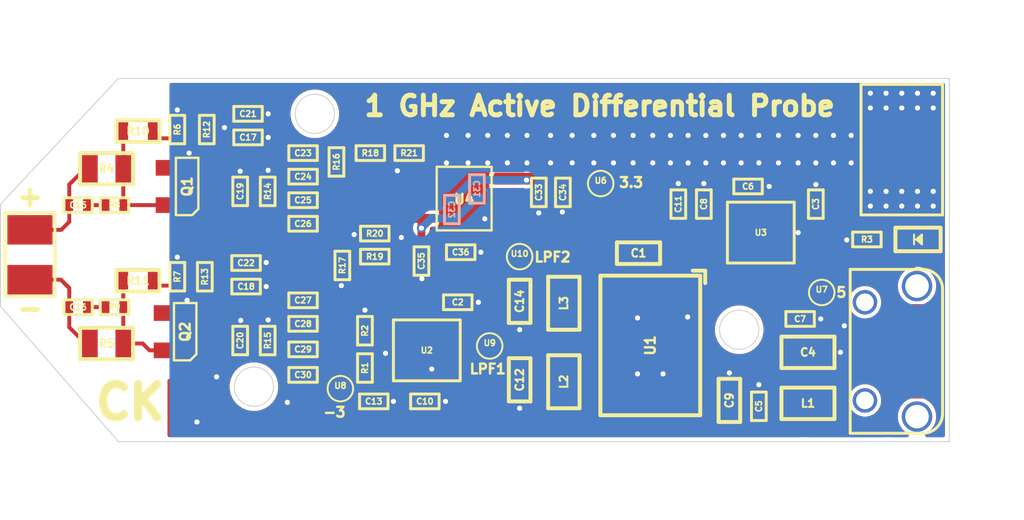
<source format=kicad_pcb>
(kicad_pcb (version 20171130) (host pcbnew "(5.1.6-0-10_14)")
  (layers (0 F.Cu signal) (1 In1.Cu signal) (2 In2.Cu signal) (31 B.Cu signal) (34 B.Paste user) (35 F.Paste user) (36 B.SilkS user) (37 F.SilkS user) (38 B.Mask user) (39 F.Mask user) (44 Edge.Cuts user))
  (net 0 "")
  (net 1 "Net-(C1-Pad1)")
  (net 2 "Net-(C1-Pad2)")
  (net 3 GND)
  (net 4 -5)
  (net 5 +5V)
  (net 6 "Net-(C6-Pad1)")
  (net 7 +3V3)
  (net 8 -3)
  (net 9 "Net-(C12-Pad1)")
  (net 10 "Net-(C15-Pad2)")
  (net 11 "Net-(C15-Pad1)")
  (net 12 "Net-(C16-Pad2)")
  (net 13 "Net-(C16-Pad1)")
  (net 14 "Net-(C19-Pad2)")
  (net 15 "Net-(C20-Pad2)")
  (net 16 "Net-(C23-Pad2)")
  (net 17 "Net-(C27-Pad2)")
  (net 18 "Net-(D1-Pad1)")
  (net 19 "Net-(J1-Pad4)")
  (net 20 "Net-(J1-Pad3)")
  (net 21 "Net-(J1-Pad2)")
  (net 22 "Net-(J1-Pad1)")
  (net 23 "Net-(L2-Pad1)")
  (net 24 "Net-(Q1-Pad4)")
  (net 25 "Net-(Q2-Pad4)")
  (net 26 "Net-(R1-Pad2)")
  (net 27 "Net-(R10-Pad2)")
  (net 28 "Net-(R11-Pad2)")
  (net 29 "Net-(R18-Pad2)")
  (net 30 "Net-(R19-Pad2)")
  (net 31 "Net-(R21-Pad2)")
  (net 32 "Net-(U4-Pad7)")
  (module Footprints:USB_MicroB_TH (layer F.Cu) (at 198.35 94.4 90)
    (fp_text reference J1 hide)
    (fp_text value USB_MicroB)
    (pad 5 smd rect (at 0 1.25 90) (size 4.8 1.55) (layers F.Cu F.Paste F.Mask) (net 3 GND))
    (pad "" thru_hole oval (at 3.325 1.2 90) (size 1.55 1.55) (drill oval 1.2) (layers *.Cu *.Mask))
    (pad "" thru_hole oval (at -3.325 1.2 90) (size 1.55 1.55) (drill oval 1.2) (layers *.Cu *.Mask))
    (pad "" thru_hole oval (at -2.5 -1.45 90) (size 1.25 1.25) (drill oval 0.9) (layers *.Cu *.Mask))
    (pad "" thru_hole oval (at 2.5 -1.45 90) (size 1.25 1.25) (drill oval 0.9) (layers *.Cu *.Mask))
    (pad 1 smd rect (at -1.3 -1.45 90) (size 0.4 1.35) (layers F.Cu F.Paste F.Mask) (net 22 "Net-(J1-Pad1)"))
    (pad 2 smd rect (at -0.65 -1.45 90) (size 0.4 1.35) (layers F.Cu F.Paste F.Mask) (net 21 "Net-(J1-Pad2)"))
    (pad 3 smd rect (at 0 -1.45 90) (size 0.4 1.35) (layers F.Cu F.Paste F.Mask) (net 20 "Net-(J1-Pad3)"))
    (pad 4 smd rect (at 0.65 -1.45 90) (size 0.4 1.35) (layers F.Cu F.Paste F.Mask) (net 19 "Net-(J1-Pad4)"))
    (pad 5 smd rect (at 1.3 -1.45 90) (size 0.4 1.35) (layers F.Cu F.Paste F.Mask) (net 3 GND))
  )
  (module Footprints:SolderPad_1_1.2mm_SMD_Circle (layer F.Cu) (at 170.2 96.3)
    (fp_text reference U8 (at 0 -0.15) (layer F.SilkS) (effects (font (size 0.3 0.3) (thickness 0.075))))
    (fp_text value test_port)
    (pad 1 smd circle (at 0 0) (size 1.2 1.2) (layers F.Cu F.Paste F.Mask) (net 8 -3))
  )
  (module Footprints:SolderPad_1_1.2mm_SMD_Circle (layer F.Cu) (at 177.8 94.125)
    (fp_text reference U9 (at 0 -0.15) (layer F.SilkS) (effects (font (size 0.3 0.3) (thickness 0.075))))
    (fp_text value test_port)
    (pad 1 smd circle (at 0 0) (size 1.2 1.2) (layers F.Cu F.Paste F.Mask) (net 9 "Net-(C12-Pad1)"))
  )
  (module Footprints:SolderPad_1_1.2mm_SMD_Circle (layer F.Cu) (at 194.7 91.4)
    (fp_text reference U7 (at 0 -0.15) (layer F.SilkS) (effects (font (size 0.3 0.3) (thickness 0.075))))
    (fp_text value test_port)
    (pad 1 smd circle (at 0 0) (size 1.2 1.2) (layers F.Cu F.Paste F.Mask) (net 5 +5V))
  )
  (module Footprints:SolderPad_1_1.2mm_SMD_Circle (layer F.Cu) (at 179.325 89.575)
    (fp_text reference U10 (at 0 -0.15) (layer F.SilkS) (effects (font (size 0.3 0.3) (thickness 0.075))))
    (fp_text value test_port)
    (pad 1 smd circle (at 0 0) (size 1.2 1.2) (layers F.Cu F.Paste F.Mask) (net 4 -5))
  )
  (module Footprints:SolderPad_1_1.2mm_SMD_Circle (layer F.Cu) (at 183.45 85.85)
    (fp_text reference U6 (at 0 -0.15) (layer F.SilkS) (effects (font (size 0.3 0.3) (thickness 0.075))))
    (fp_text value test_port)
    (pad 1 smd circle (at 0 0) (size 1.2 1.2) (layers F.Cu F.Paste F.Mask) (net 7 +3V3))
  )
  (module Footprints:PinHeader_1x2_P2.5mm (layer F.Cu) (at 154.4 89.5 180)
    (fp_text reference J2 hide)
    (fp_text value Connector_01x02)
    (pad 1 smd rect (at 0 -1.25 270) (size 1.5 2.3) (layers F.Cu F.Paste F.Mask) (net 12 "Net-(C16-Pad2)"))
    (pad 2 smd rect (at 0 1.29 90) (size 1.5 2.3) (layers F.Cu F.Paste F.Mask) (net 10 "Net-(C15-Pad2)"))
  )
  (module Footprints:SMD_0603 (layer F.Cu) (at 185.375 89.4 180)
    (fp_text reference C1 (at 0 0) (layer F.SilkS) (effects (font (size 0.4 0.4) (thickness 0.1))))
    (fp_text value 4.7uF)
    (pad 1 smd rect (at -0.75 0 180) (size 0.5 0.9) (layers F.Cu F.Paste F.Mask) (net 1 "Net-(C1-Pad1)"))
    (pad 2 smd rect (at 0.75 0 180) (size 0.5 0.9) (layers F.Cu F.Paste F.Mask) (net 2 "Net-(C1-Pad2)"))
  )
  (module Footprints:SMD_0402 (layer F.Cu) (at 176.175 91.9)
    (fp_text reference C2 (at 0 0) (layer F.SilkS) (effects (font (size 0.3 0.3) (thickness 0.075))))
    (fp_text value 2.2uF)
    (pad 2 smd rect (at 0.45 0) (size 0.4 0.6) (layers F.Cu F.Paste F.Mask) (net 3 GND))
    (pad 1 smd rect (at -0.45 0) (size 0.4 0.6) (layers F.Cu F.Paste F.Mask) (net 4 -5))
  )
  (module Footprints:SMD_0402 (layer F.Cu) (at 194.4 86.9 90)
    (fp_text reference C3 (at 0 0 90) (layer F.SilkS) (effects (font (size 0.3 0.3) (thickness 0.075))))
    (fp_text value 2.2uF)
    (pad 2 smd rect (at 0.45 0 90) (size 0.4 0.6) (layers F.Cu F.Paste F.Mask) (net 3 GND))
    (pad 1 smd rect (at -0.45 0 90) (size 0.4 0.6) (layers F.Cu F.Paste F.Mask) (net 5 +5V))
  )
  (module Footprints:SMD_0805 (layer F.Cu) (at 194 94.45)
    (fp_text reference C4 (at 0 0) (layer F.SilkS) (effects (font (size 0.4 0.4) (thickness 0.1))))
    (fp_text value 47uF)
    (pad 1 smd rect (at -0.85 0) (size 0.8 1.4) (layers F.Cu F.Paste F.Mask) (net 5 +5V))
    (pad 2 smd rect (at 0.85 0) (size 0.8 1.4) (layers F.Cu F.Paste F.Mask) (net 3 GND))
  )
  (module Footprints:SMD_0402 (layer F.Cu) (at 191.5 97.2 90)
    (fp_text reference C5 (at 0 0 90) (layer F.SilkS) (effects (font (size 0.3 0.3) (thickness 0.075))))
    (fp_text value 100nF)
    (pad 1 smd rect (at -0.45 0 90) (size 0.4 0.6) (layers F.Cu F.Paste F.Mask) (net 5 +5V))
    (pad 2 smd rect (at 0.45 0 90) (size 0.4 0.6) (layers F.Cu F.Paste F.Mask) (net 3 GND))
  )
  (module Footprints:SMD_0402 (layer F.Cu) (at 190.95 86)
    (fp_text reference C6 (at 0 0) (layer F.SilkS) (effects (font (size 0.3 0.3) (thickness 0.075))))
    (fp_text value 10nF)
    (pad 2 smd rect (at 0.45 0) (size 0.4 0.6) (layers F.Cu F.Paste F.Mask) (net 3 GND))
    (pad 1 smd rect (at -0.45 0) (size 0.4 0.6) (layers F.Cu F.Paste F.Mask) (net 6 "Net-(C6-Pad1)"))
  )
  (module Footprints:SMD_0402 (layer F.Cu) (at 193.6 92.75)
    (fp_text reference C7 (at 0 0) (layer F.SilkS) (effects (font (size 0.3 0.3) (thickness 0.075))))
    (fp_text value 100nF)
    (pad 1 smd rect (at -0.45 0) (size 0.4 0.6) (layers F.Cu F.Paste F.Mask) (net 5 +5V))
    (pad 2 smd rect (at 0.45 0) (size 0.4 0.6) (layers F.Cu F.Paste F.Mask) (net 3 GND))
  )
  (module Footprints:SMD_0402 (layer F.Cu) (at 188.7 86.9 90)
    (fp_text reference C8 (at 0 0 90) (layer F.SilkS) (effects (font (size 0.3 0.3) (thickness 0.075))))
    (fp_text value 10nF)
    (pad 2 smd rect (at 0.45 0 90) (size 0.4 0.6) (layers F.Cu F.Paste F.Mask) (net 3 GND))
    (pad 1 smd rect (at -0.45 0 90) (size 0.4 0.6) (layers F.Cu F.Paste F.Mask) (net 7 +3V3))
  )
  (module Footprints:SMD_0603 (layer F.Cu) (at 190 96.9 90)
    (fp_text reference C9 (at 0 0 90) (layer F.SilkS) (effects (font (size 0.4 0.4) (thickness 0.1))))
    (fp_text value 4.7uF)
    (pad 1 smd rect (at -0.75 0 90) (size 0.5 0.9) (layers F.Cu F.Paste F.Mask) (net 5 +5V))
    (pad 2 smd rect (at 0.75 0 90) (size 0.5 0.9) (layers F.Cu F.Paste F.Mask) (net 3 GND))
  )
  (module Footprints:SMD_0402 (layer F.Cu) (at 174.5 96.95)
    (fp_text reference C10 (at 0 0) (layer F.SilkS) (effects (font (size 0.3 0.3) (thickness 0.075))))
    (fp_text value 100nF)
    (pad 2 smd rect (at 0.45 0) (size 0.4 0.6) (layers F.Cu F.Paste F.Mask) (net 3 GND))
    (pad 1 smd rect (at -0.45 0) (size 0.4 0.6) (layers F.Cu F.Paste F.Mask) (net 8 -3))
  )
  (module Footprints:SMD_0402 (layer F.Cu) (at 187.4 86.9 90)
    (fp_text reference C11 (at 0 0 90) (layer F.SilkS) (effects (font (size 0.3 0.3) (thickness 0.075))))
    (fp_text value 2.2uF)
    (pad 1 smd rect (at -0.45 0 90) (size 0.4 0.6) (layers F.Cu F.Paste F.Mask) (net 7 +3V3))
    (pad 2 smd rect (at 0.45 0 90) (size 0.4 0.6) (layers F.Cu F.Paste F.Mask) (net 3 GND))
  )
  (module Footprints:SMD_0603 (layer F.Cu) (at 179.325 95.85 270)
    (fp_text reference C12 (at 0 0 90) (layer F.SilkS) (effects (font (size 0.4 0.4) (thickness 0.1))))
    (fp_text value 10uF)
    (pad 2 smd rect (at 0.75 0 270) (size 0.5 0.9) (layers F.Cu F.Paste F.Mask) (net 3 GND))
    (pad 1 smd rect (at -0.75 0 270) (size 0.5 0.9) (layers F.Cu F.Paste F.Mask) (net 9 "Net-(C12-Pad1)"))
  )
  (module Footprints:SMD_0402 (layer F.Cu) (at 171.9 96.95)
    (fp_text reference C13 (at 0 0) (layer F.SilkS) (effects (font (size 0.3 0.3) (thickness 0.075))))
    (fp_text value 2.2uF)
    (pad 2 smd rect (at 0.45 0) (size 0.4 0.6) (layers F.Cu F.Paste F.Mask) (net 3 GND))
    (pad 1 smd rect (at -0.45 0) (size 0.4 0.6) (layers F.Cu F.Paste F.Mask) (net 8 -3))
  )
  (module Footprints:SMD_0603 (layer F.Cu) (at 179.325 91.85 270)
    (fp_text reference C14 (at 0 0 90) (layer F.SilkS) (effects (font (size 0.4 0.4) (thickness 0.1))))
    (fp_text value 10uF)
    (pad 2 smd rect (at 0.75 0 270) (size 0.5 0.9) (layers F.Cu F.Paste F.Mask) (net 3 GND))
    (pad 1 smd rect (at -0.75 0 270) (size 0.5 0.9) (layers F.Cu F.Paste F.Mask) (net 4 -5))
  )
  (module Footprints:SMD_0402 (layer F.Cu) (at 156.85 86.95 180)
    (fp_text reference C15 (at 0 0) (layer F.SilkS) (effects (font (size 0.3 0.3) (thickness 0.075))))
    (fp_text value 0.5pF)
    (pad 2 smd rect (at 0.45 0 180) (size 0.4 0.6) (layers F.Cu F.Paste F.Mask) (net 10 "Net-(C15-Pad2)"))
    (pad 1 smd rect (at -0.45 0 180) (size 0.4 0.6) (layers F.Cu F.Paste F.Mask) (net 11 "Net-(C15-Pad1)"))
  )
  (module Footprints:SMD_0402 (layer F.Cu) (at 156.85 92.15 180)
    (fp_text reference C16 (at 0 0) (layer F.SilkS) (effects (font (size 0.3 0.3) (thickness 0.075))))
    (fp_text value 0.5pF)
    (pad 2 smd rect (at 0.45 0 180) (size 0.4 0.6) (layers F.Cu F.Paste F.Mask) (net 12 "Net-(C16-Pad2)"))
    (pad 1 smd rect (at -0.45 0 180) (size 0.4 0.6) (layers F.Cu F.Paste F.Mask) (net 13 "Net-(C16-Pad1)"))
  )
  (module Footprints:SMD_0402 (layer F.Cu) (at 165.5 83.5 180)
    (fp_text reference C17 (at 0 0) (layer F.SilkS) (effects (font (size 0.3 0.3) (thickness 0.075))))
    (fp_text value 1nF)
    (pad 1 smd rect (at -0.45 0 180) (size 0.4 0.6) (layers F.Cu F.Paste F.Mask) (net 3 GND))
    (pad 2 smd rect (at 0.45 0 180) (size 0.4 0.6) (layers F.Cu F.Paste F.Mask) (net 5 +5V))
  )
  (module Footprints:SMD_0402 (layer F.Cu) (at 165.4 91.1 180)
    (fp_text reference C18 (at 0 0) (layer F.SilkS) (effects (font (size 0.3 0.3) (thickness 0.075))))
    (fp_text value 1nF)
    (pad 1 smd rect (at -0.45 0 180) (size 0.4 0.6) (layers F.Cu F.Paste F.Mask) (net 3 GND))
    (pad 2 smd rect (at 0.45 0 180) (size 0.4 0.6) (layers F.Cu F.Paste F.Mask) (net 5 +5V))
  )
  (module Footprints:SMD_0402 (layer F.Cu) (at 165.1 86.25 270)
    (fp_text reference C19 (at 0 0 90) (layer F.SilkS) (effects (font (size 0.3 0.3) (thickness 0.075))))
    (fp_text value 2pF)
    (pad 1 smd rect (at -0.45 0 270) (size 0.4 0.6) (layers F.Cu F.Paste F.Mask) (net 3 GND))
    (pad 2 smd rect (at 0.45 0 270) (size 0.4 0.6) (layers F.Cu F.Paste F.Mask) (net 14 "Net-(C19-Pad2)"))
  )
  (module Footprints:SMD_0402 (layer F.Cu) (at 165.1 93.85 270)
    (fp_text reference C20 (at 0 0 90) (layer F.SilkS) (effects (font (size 0.3 0.3) (thickness 0.075))))
    (fp_text value 2pF)
    (pad 1 smd rect (at -0.45 0 270) (size 0.4 0.6) (layers F.Cu F.Paste F.Mask) (net 3 GND))
    (pad 2 smd rect (at 0.45 0 270) (size 0.4 0.6) (layers F.Cu F.Paste F.Mask) (net 15 "Net-(C20-Pad2)"))
  )
  (module Footprints:SMD_0402 (layer F.Cu) (at 165.5 82.3 180)
    (fp_text reference C21 (at 0 0) (layer F.SilkS) (effects (font (size 0.3 0.3) (thickness 0.075))))
    (fp_text value 10nF)
    (pad 1 smd rect (at -0.45 0 180) (size 0.4 0.6) (layers F.Cu F.Paste F.Mask) (net 3 GND))
    (pad 2 smd rect (at 0.45 0 180) (size 0.4 0.6) (layers F.Cu F.Paste F.Mask) (net 5 +5V))
  )
  (module Footprints:SMD_0402 (layer F.Cu) (at 165.4 89.9 180)
    (fp_text reference C22 (at 0 0) (layer F.SilkS) (effects (font (size 0.3 0.3) (thickness 0.075))))
    (fp_text value 10nF)
    (pad 1 smd rect (at -0.45 0 180) (size 0.4 0.6) (layers F.Cu F.Paste F.Mask) (net 3 GND))
    (pad 2 smd rect (at 0.45 0 180) (size 0.4 0.6) (layers F.Cu F.Paste F.Mask) (net 5 +5V))
  )
  (module Footprints:SMD_0402 (layer F.Cu) (at 168.3 84.3)
    (fp_text reference C23 (at 0 0) (layer F.SilkS) (effects (font (size 0.3 0.3) (thickness 0.075))))
    (fp_text value 2.2uF)
    (pad 2 smd rect (at 0.45 0) (size 0.4 0.6) (layers F.Cu F.Paste F.Mask) (net 16 "Net-(C23-Pad2)"))
    (pad 1 smd rect (at -0.45 0) (size 0.4 0.6) (layers F.Cu F.Paste F.Mask) (net 14 "Net-(C19-Pad2)"))
  )
  (module Footprints:SMD_0402 (layer F.Cu) (at 168.3 85.5)
    (fp_text reference C24 (at 0 0) (layer F.SilkS) (effects (font (size 0.3 0.3) (thickness 0.075))))
    (fp_text value 1nF)
    (pad 1 smd rect (at -0.45 0) (size 0.4 0.6) (layers F.Cu F.Paste F.Mask) (net 14 "Net-(C19-Pad2)"))
    (pad 2 smd rect (at 0.45 0) (size 0.4 0.6) (layers F.Cu F.Paste F.Mask) (net 16 "Net-(C23-Pad2)"))
  )
  (module Footprints:SMD_0402 (layer F.Cu) (at 168.3 86.7)
    (fp_text reference C25 (at 0 0) (layer F.SilkS) (effects (font (size 0.3 0.3) (thickness 0.075))))
    (fp_text value 100nF)
    (pad 2 smd rect (at 0.45 0) (size 0.4 0.6) (layers F.Cu F.Paste F.Mask) (net 16 "Net-(C23-Pad2)"))
    (pad 1 smd rect (at -0.45 0) (size 0.4 0.6) (layers F.Cu F.Paste F.Mask) (net 14 "Net-(C19-Pad2)"))
  )
  (module Footprints:SMD_0402 (layer F.Cu) (at 168.3 87.9)
    (fp_text reference C26 (at 0 0) (layer F.SilkS) (effects (font (size 0.3 0.3) (thickness 0.075))))
    (fp_text value 100pF)
    (pad 1 smd rect (at -0.45 0) (size 0.4 0.6) (layers F.Cu F.Paste F.Mask) (net 14 "Net-(C19-Pad2)"))
    (pad 2 smd rect (at 0.45 0) (size 0.4 0.6) (layers F.Cu F.Paste F.Mask) (net 16 "Net-(C23-Pad2)"))
  )
  (module Footprints:SMD_0402 (layer F.Cu) (at 168.3 91.8)
    (fp_text reference C27 (at 0 0) (layer F.SilkS) (effects (font (size 0.3 0.3) (thickness 0.075))))
    (fp_text value 2.2uF)
    (pad 2 smd rect (at 0.45 0) (size 0.4 0.6) (layers F.Cu F.Paste F.Mask) (net 17 "Net-(C27-Pad2)"))
    (pad 1 smd rect (at -0.45 0) (size 0.4 0.6) (layers F.Cu F.Paste F.Mask) (net 15 "Net-(C20-Pad2)"))
  )
  (module Footprints:SMD_0402 (layer F.Cu) (at 168.3 93)
    (fp_text reference C28 (at 0 0) (layer F.SilkS) (effects (font (size 0.3 0.3) (thickness 0.075))))
    (fp_text value 1nF)
    (pad 1 smd rect (at -0.45 0) (size 0.4 0.6) (layers F.Cu F.Paste F.Mask) (net 15 "Net-(C20-Pad2)"))
    (pad 2 smd rect (at 0.45 0) (size 0.4 0.6) (layers F.Cu F.Paste F.Mask) (net 17 "Net-(C27-Pad2)"))
  )
  (module Footprints:SMD_0402 (layer F.Cu) (at 168.3 94.3)
    (fp_text reference C29 (at 0 0) (layer F.SilkS) (effects (font (size 0.3 0.3) (thickness 0.075))))
    (fp_text value 100nF)
    (pad 2 smd rect (at 0.45 0) (size 0.4 0.6) (layers F.Cu F.Paste F.Mask) (net 17 "Net-(C27-Pad2)"))
    (pad 1 smd rect (at -0.45 0) (size 0.4 0.6) (layers F.Cu F.Paste F.Mask) (net 15 "Net-(C20-Pad2)"))
  )
  (module Footprints:SMD_0402 (layer F.Cu) (at 168.3 95.6)
    (fp_text reference C30 (at 0 0) (layer F.SilkS) (effects (font (size 0.3 0.3) (thickness 0.075))))
    (fp_text value 100pF)
    (pad 1 smd rect (at -0.45 0) (size 0.4 0.6) (layers F.Cu F.Paste F.Mask) (net 15 "Net-(C20-Pad2)"))
    (pad 2 smd rect (at 0.45 0) (size 0.4 0.6) (layers F.Cu F.Paste F.Mask) (net 17 "Net-(C27-Pad2)"))
  )
  (module Footprints:SMD_0402 (layer B.Cu) (at 177.15 86.125 270)
    (fp_text reference C31 (at 0 0 270) (layer B.SilkS) (effects (font (size 0.3 0.3) (thickness 0.075)) (justify mirror)))
    (fp_text value 100nF)
    (pad 2 smd rect (at 0.45 0 270) (size 0.4 0.6) (layers B.Cu B.Paste B.Mask) (net 8 -3))
    (pad 1 smd rect (at -0.45 0 270) (size 0.4 0.6) (layers B.Cu B.Paste B.Mask) (net 7 +3V3))
  )
  (module Footprints:SMD_0402 (layer B.Cu) (at 175.875 87.175 270)
    (fp_text reference C32 (at 0 0 90) (layer B.SilkS) (effects (font (size 0.3 0.3) (thickness 0.075)) (justify mirror)))
    (fp_text value 10nF)
    (pad 1 smd rect (at -0.45 0 270) (size 0.4 0.6) (layers B.Cu B.Paste B.Mask) (net 7 +3V3))
    (pad 2 smd rect (at 0.45 0 270) (size 0.4 0.6) (layers B.Cu B.Paste B.Mask) (net 8 -3))
  )
  (module Footprints:SMD_0402 (layer F.Cu) (at 180.3 86.3 270)
    (fp_text reference C33 (at 0 0 90) (layer F.SilkS) (effects (font (size 0.3 0.3) (thickness 0.075))))
    (fp_text value 100nF)
    (pad 2 smd rect (at 0.45 0 270) (size 0.4 0.6) (layers F.Cu F.Paste F.Mask) (net 3 GND))
    (pad 1 smd rect (at -0.45 0 270) (size 0.4 0.6) (layers F.Cu F.Paste F.Mask) (net 7 +3V3))
  )
  (module Footprints:SMD_0402 (layer F.Cu) (at 181.525 86.3 270)
    (fp_text reference C34 (at 0 0 90) (layer F.SilkS) (effects (font (size 0.3 0.3) (thickness 0.075))))
    (fp_text value 10nF)
    (pad 1 smd rect (at -0.45 0 270) (size 0.4 0.6) (layers F.Cu F.Paste F.Mask) (net 7 +3V3))
    (pad 2 smd rect (at 0.45 0 270) (size 0.4 0.6) (layers F.Cu F.Paste F.Mask) (net 3 GND))
  )
  (module Footprints:SMD_0402 (layer F.Cu) (at 174.325 89.8 90)
    (fp_text reference C35 (at 0 0 90) (layer F.SilkS) (effects (font (size 0.3 0.3) (thickness 0.075))))
    (fp_text value 100nF)
    (pad 2 smd rect (at 0.45 0 90) (size 0.4 0.6) (layers F.Cu F.Paste F.Mask) (net 8 -3))
    (pad 1 smd rect (at -0.45 0 90) (size 0.4 0.6) (layers F.Cu F.Paste F.Mask) (net 3 GND))
  )
  (module Footprints:SMD_0402 (layer F.Cu) (at 176.325 89.35 180)
    (fp_text reference C36 (at 0 0) (layer F.SilkS) (effects (font (size 0.3 0.3) (thickness 0.075))))
    (fp_text value 10nF)
    (pad 1 smd rect (at -0.45 0 180) (size 0.4 0.6) (layers F.Cu F.Paste F.Mask) (net 3 GND))
    (pad 2 smd rect (at 0.45 0 180) (size 0.4 0.6) (layers F.Cu F.Paste F.Mask) (net 8 -3))
  )
  (module Footprints:Diode_0603 (layer F.Cu) (at 199.6 88.7)
    (fp_text reference D1 hide)
    (fp_text value Led_Diode)
    (pad 1 smd rect (at -0.725 0) (size 0.65 1) (layers F.Cu F.Paste F.Mask) (net 18 "Net-(D1-Pad1)"))
    (pad 2 smd rect (at 0.725 0) (size 0.65 1) (layers F.Cu F.Paste F.Mask) (net 5 +5V))
  )
  (module Footprints:SMD_0805 (layer F.Cu) (at 194 97.05 180)
    (fp_text reference L1 (at 0 0) (layer F.SilkS) (effects (font (size 0.4 0.4) (thickness 0.1))))
    (fp_text value Ferrite_Bead)
    (pad 1 smd rect (at -0.85 0 180) (size 0.8 1.4) (layers F.Cu F.Paste F.Mask) (net 22 "Net-(J1-Pad1)"))
    (pad 2 smd rect (at 0.85 0 180) (size 0.8 1.4) (layers F.Cu F.Paste F.Mask) (net 5 +5V))
  )
  (module Footprints:SMD_0805 (layer F.Cu) (at 181.575 95.95 90)
    (fp_text reference L2 (at 0 0 90) (layer F.SilkS) (effects (font (size 0.4 0.4) (thickness 0.1))))
    (fp_text value 10uH)
    (pad 2 smd rect (at 0.85 0 90) (size 0.8 1.4) (layers F.Cu F.Paste F.Mask) (net 9 "Net-(C12-Pad1)"))
    (pad 1 smd rect (at -0.85 0 90) (size 0.8 1.4) (layers F.Cu F.Paste F.Mask) (net 23 "Net-(L2-Pad1)"))
  )
  (module Footprints:SMD_0805 (layer F.Cu) (at 181.575 91.95 90)
    (fp_text reference L3 (at 0 0 90) (layer F.SilkS) (effects (font (size 0.4 0.4) (thickness 0.1))))
    (fp_text value 10uH)
    (pad 1 smd rect (at -0.85 0 90) (size 0.8 1.4) (layers F.Cu F.Paste F.Mask) (net 9 "Net-(C12-Pad1)"))
    (pad 2 smd rect (at 0.85 0 90) (size 0.8 1.4) (layers F.Cu F.Paste F.Mask) (net 4 -5))
  )
  (module Footprints:SOT143 (layer F.Cu) (at 162.4 86 180)
    (fp_text reference Q1 (at 0 0 90) (layer F.SilkS) (effects (font (size 0.5 0.5) (thickness 0.125))))
    (fp_text value BF998)
    (pad 4 smd rect (at 1.1 -0.95 90) (size 0.8 1) (layers F.Cu F.Paste F.Mask) (net 24 "Net-(Q1-Pad4)"))
    (pad 3 smd rect (at 1.1 0.95 90) (size 0.8 1) (layers F.Cu F.Paste F.Mask) (net 5 +5V))
    (pad 2 smd rect (at -1.1 0.95 90) (size 0.8 1) (layers F.Cu F.Paste F.Mask) (net 5 +5V))
    (pad 1 smd rect (at -1.1 -0.762 90) (size 1.2 1) (layers F.Cu F.Paste F.Mask) (net 14 "Net-(C19-Pad2)"))
  )
  (module Footprints:SOT143 (layer F.Cu) (at 162.3 93.4 180)
    (fp_text reference Q2 (at 0 0 90) (layer F.SilkS) (effects (font (size 0.5 0.5) (thickness 0.125))))
    (fp_text value BF998)
    (pad 1 smd rect (at -1.1 -0.762 90) (size 1.2 1) (layers F.Cu F.Paste F.Mask) (net 15 "Net-(C20-Pad2)"))
    (pad 2 smd rect (at -1.1 0.95 90) (size 0.8 1) (layers F.Cu F.Paste F.Mask) (net 5 +5V))
    (pad 3 smd rect (at 1.1 0.95 90) (size 0.8 1) (layers F.Cu F.Paste F.Mask) (net 5 +5V))
    (pad 4 smd rect (at 1.1 -0.95 90) (size 0.8 1) (layers F.Cu F.Paste F.Mask) (net 25 "Net-(Q2-Pad4)"))
  )
  (module Footprints:SMD_0402 (layer F.Cu) (at 171.45 95.25 90)
    (fp_text reference R1 (at 0 0 90) (layer F.SilkS) (effects (font (size 0.3 0.3) (thickness 0.075))))
    (fp_text value 64.9K)
    (pad 1 smd rect (at -0.45 0 90) (size 0.4 0.6) (layers F.Cu F.Paste F.Mask) (net 8 -3))
    (pad 2 smd rect (at 0.45 0 90) (size 0.4 0.6) (layers F.Cu F.Paste F.Mask) (net 26 "Net-(R1-Pad2)"))
  )
  (module Footprints:SMD_0402 (layer F.Cu) (at 171.45 93.35 90)
    (fp_text reference R2 (at 0 0 90) (layer F.SilkS) (effects (font (size 0.3 0.3) (thickness 0.075))))
    (fp_text value 36.5K)
    (pad 2 smd rect (at 0.45 0 90) (size 0.4 0.6) (layers F.Cu F.Paste F.Mask) (net 3 GND))
    (pad 1 smd rect (at -0.45 0 90) (size 0.4 0.6) (layers F.Cu F.Paste F.Mask) (net 26 "Net-(R1-Pad2)"))
  )
  (module Footprints:SMD_0402 (layer F.Cu) (at 197 88.7 180)
    (fp_text reference R3 (at 0 0) (layer F.SilkS) (effects (font (size 0.3 0.3) (thickness 0.075))))
    (fp_text value 470)
    (pad 2 smd rect (at 0.45 0 180) (size 0.4 0.6) (layers F.Cu F.Paste F.Mask) (net 3 GND))
    (pad 1 smd rect (at -0.45 0 180) (size 0.4 0.6) (layers F.Cu F.Paste F.Mask) (net 18 "Net-(D1-Pad1)"))
  )
  (module Footprints:SMD_0805 (layer F.Cu) (at 158.3 85.1 180)
    (fp_text reference R4 (at 0 0) (layer F.SilkS) (effects (font (size 0.4 0.4) (thickness 0.1))))
    (fp_text value 30M)
    (pad 2 smd rect (at 0.85 0 180) (size 0.8 1.4) (layers F.Cu F.Paste F.Mask) (net 10 "Net-(C15-Pad2)"))
    (pad 1 smd rect (at -0.85 0 180) (size 0.8 1.4) (layers F.Cu F.Paste F.Mask) (net 24 "Net-(Q1-Pad4)"))
  )
  (module Footprints:SMD_0805 (layer F.Cu) (at 158.3 94 180)
    (fp_text reference R5 (at 0 0) (layer F.SilkS) (effects (font (size 0.4 0.4) (thickness 0.1))))
    (fp_text value 30M)
    (pad 2 smd rect (at 0.85 0 180) (size 0.8 1.4) (layers F.Cu F.Paste F.Mask) (net 12 "Net-(C16-Pad2)"))
    (pad 1 smd rect (at -0.85 0 180) (size 0.8 1.4) (layers F.Cu F.Paste F.Mask) (net 25 "Net-(Q2-Pad4)"))
  )
  (module Footprints:SMD_0402 (layer F.Cu) (at 161.9 83.1 270)
    (fp_text reference R6 (at 0 0 90) (layer F.SilkS) (effects (font (size 0.3 0.3) (thickness 0.075))))
    (fp_text value 4.7K)
    (pad 1 smd rect (at -0.45 0 270) (size 0.4 0.6) (layers F.Cu F.Paste F.Mask) (net 3 GND))
    (pad 2 smd rect (at 0.45 0 270) (size 0.4 0.6) (layers F.Cu F.Paste F.Mask) (net 27 "Net-(R10-Pad2)"))
  )
  (module Footprints:SMD_0402 (layer F.Cu) (at 161.9 90.6 270)
    (fp_text reference R7 (at 0 0 90) (layer F.SilkS) (effects (font (size 0.3 0.3) (thickness 0.075))))
    (fp_text value 4.7K)
    (pad 1 smd rect (at -0.45 0 270) (size 0.4 0.6) (layers F.Cu F.Paste F.Mask) (net 3 GND))
    (pad 2 smd rect (at 0.45 0 270) (size 0.4 0.6) (layers F.Cu F.Paste F.Mask) (net 28 "Net-(R11-Pad2)"))
  )
  (module Footprints:SMD_0402 (layer F.Cu) (at 158.7 86.95 180)
    (fp_text reference R8 (at 0 0) (layer F.SilkS) (effects (font (size 0.3 0.3) (thickness 0.075))))
    (fp_text value 200)
    (pad 1 smd rect (at -0.45 0 180) (size 0.4 0.6) (layers F.Cu F.Paste F.Mask) (net 24 "Net-(Q1-Pad4)"))
    (pad 2 smd rect (at 0.45 0 180) (size 0.4 0.6) (layers F.Cu F.Paste F.Mask) (net 11 "Net-(C15-Pad1)"))
  )
  (module Footprints:SMD_0402 (layer F.Cu) (at 158.7 92.15 180)
    (fp_text reference R9 (at 0 0) (layer F.SilkS) (effects (font (size 0.3 0.3) (thickness 0.075))))
    (fp_text value 200)
    (pad 1 smd rect (at -0.45 0 180) (size 0.4 0.6) (layers F.Cu F.Paste F.Mask) (net 25 "Net-(Q2-Pad4)"))
    (pad 2 smd rect (at 0.45 0 180) (size 0.4 0.6) (layers F.Cu F.Paste F.Mask) (net 13 "Net-(C16-Pad1)"))
  )
  (module Footprints:SMD_0603 (layer F.Cu) (at 159.9 83.175)
    (fp_text reference R10 (at 0 0) (layer F.SilkS) (effects (font (size 0.4 0.4) (thickness 0.1))))
    (fp_text value 10M)
    (pad 2 smd rect (at 0.75 0) (size 0.5 0.9) (layers F.Cu F.Paste F.Mask) (net 27 "Net-(R10-Pad2)"))
    (pad 1 smd rect (at -0.75 0) (size 0.5 0.9) (layers F.Cu F.Paste F.Mask) (net 24 "Net-(Q1-Pad4)"))
  )
  (module Footprints:SMD_0603 (layer F.Cu) (at 159.9 90.8)
    (fp_text reference R11 (at 0 0) (layer F.SilkS) (effects (font (size 0.4 0.4) (thickness 0.1))))
    (fp_text value 10M)
    (pad 1 smd rect (at -0.75 0) (size 0.5 0.9) (layers F.Cu F.Paste F.Mask) (net 25 "Net-(Q2-Pad4)"))
    (pad 2 smd rect (at 0.75 0) (size 0.5 0.9) (layers F.Cu F.Paste F.Mask) (net 28 "Net-(R11-Pad2)"))
  )
  (module Footprints:SMD_0402 (layer F.Cu) (at 163.4 83.1 90)
    (fp_text reference R12 (at 0 0 90) (layer F.SilkS) (effects (font (size 0.3 0.3) (thickness 0.075))))
    (fp_text value 6.8K)
    (pad 2 smd rect (at 0.45 0 90) (size 0.4 0.6) (layers F.Cu F.Paste F.Mask) (net 5 +5V))
    (pad 1 smd rect (at -0.45 0 90) (size 0.4 0.6) (layers F.Cu F.Paste F.Mask) (net 27 "Net-(R10-Pad2)"))
  )
  (module Footprints:SMD_0402 (layer F.Cu) (at 163.3 90.6 90)
    (fp_text reference R13 (at 0 0 90) (layer F.SilkS) (effects (font (size 0.3 0.3) (thickness 0.075))))
    (fp_text value 6.8K)
    (pad 2 smd rect (at 0.45 0 90) (size 0.4 0.6) (layers F.Cu F.Paste F.Mask) (net 5 +5V))
    (pad 1 smd rect (at -0.45 0 90) (size 0.4 0.6) (layers F.Cu F.Paste F.Mask) (net 28 "Net-(R11-Pad2)"))
  )
  (module Footprints:SMD_0402 (layer F.Cu) (at 166.5 86.25 270)
    (fp_text reference R14 (at 0 0 90) (layer F.SilkS) (effects (font (size 0.3 0.3) (thickness 0.075))))
    (fp_text value 50)
    (pad 2 smd rect (at 0.45 0 270) (size 0.4 0.6) (layers F.Cu F.Paste F.Mask) (net 14 "Net-(C19-Pad2)"))
    (pad 1 smd rect (at -0.45 0 270) (size 0.4 0.6) (layers F.Cu F.Paste F.Mask) (net 3 GND))
  )
  (module Footprints:SMD_0402 (layer F.Cu) (at 166.5 93.85 270)
    (fp_text reference R15 (at 0 0 90) (layer F.SilkS) (effects (font (size 0.3 0.3) (thickness 0.075))))
    (fp_text value 50)
    (pad 2 smd rect (at 0.45 0 270) (size 0.4 0.6) (layers F.Cu F.Paste F.Mask) (net 15 "Net-(C20-Pad2)"))
    (pad 1 smd rect (at -0.45 0 270) (size 0.4 0.6) (layers F.Cu F.Paste F.Mask) (net 3 GND))
  )
  (module Footprints:SMD_0402 (layer F.Cu) (at 170 84.75 90)
    (fp_text reference R16 (at 0 0 90) (layer F.SilkS) (effects (font (size 0.3 0.3) (thickness 0.075))))
    (fp_text value 50)
    (pad 2 smd rect (at 0.45 0 90) (size 0.4 0.6) (layers F.Cu F.Paste F.Mask) (net 16 "Net-(C23-Pad2)"))
    (pad 1 smd rect (at -0.45 0 90) (size 0.4 0.6) (layers F.Cu F.Paste F.Mask) (net 3 GND))
  )
  (module Footprints:SMD_0402 (layer F.Cu) (at 170.3 90.025 90)
    (fp_text reference R17 (at 0 0 90) (layer F.SilkS) (effects (font (size 0.3 0.3) (thickness 0.075))))
    (fp_text value 50)
    (pad 2 smd rect (at 0.45 0 90) (size 0.4 0.6) (layers F.Cu F.Paste F.Mask) (net 17 "Net-(C27-Pad2)"))
    (pad 1 smd rect (at -0.45 0 90) (size 0.4 0.6) (layers F.Cu F.Paste F.Mask) (net 3 GND))
  )
  (module Footprints:SMD_0402 (layer F.Cu) (at 171.725 84.3)
    (fp_text reference R18 (at 0 0) (layer F.SilkS) (effects (font (size 0.3 0.3) (thickness 0.075))))
    (fp_text value 442)
    (pad 1 smd rect (at -0.45 0) (size 0.4 0.6) (layers F.Cu F.Paste F.Mask) (net 16 "Net-(C23-Pad2)"))
    (pad 2 smd rect (at 0.45 0) (size 0.4 0.6) (layers F.Cu F.Paste F.Mask) (net 29 "Net-(R18-Pad2)"))
  )
  (module Footprints:SMD_0402 (layer F.Cu) (at 171.95 89.575)
    (fp_text reference R19 (at 0 0) (layer F.SilkS) (effects (font (size 0.3 0.3) (thickness 0.075))))
    (fp_text value 442)
    (pad 1 smd rect (at -0.45 0) (size 0.4 0.6) (layers F.Cu F.Paste F.Mask) (net 17 "Net-(C27-Pad2)"))
    (pad 2 smd rect (at 0.45 0) (size 0.4 0.6) (layers F.Cu F.Paste F.Mask) (net 30 "Net-(R19-Pad2)"))
  )
  (module Footprints:SMD_0402 (layer F.Cu) (at 171.95 88.4 180)
    (fp_text reference R20 (at 0 0) (layer F.SilkS) (effects (font (size 0.3 0.3) (thickness 0.075))))
    (fp_text value 442)
    (pad 2 smd rect (at 0.45 0 180) (size 0.4 0.6) (layers F.Cu F.Paste F.Mask) (net 3 GND))
    (pad 1 smd rect (at -0.45 0 180) (size 0.4 0.6) (layers F.Cu F.Paste F.Mask) (net 30 "Net-(R19-Pad2)"))
  )
  (module Footprints:SMD_0402 (layer F.Cu) (at 173.7 84.3)
    (fp_text reference R21 (at 0 0) (layer F.SilkS) (effects (font (size 0.3 0.3) (thickness 0.075))))
    (fp_text value 442)
    (pad 1 smd rect (at -0.45 0) (size 0.4 0.6) (layers F.Cu F.Paste F.Mask) (net 29 "Net-(R18-Pad2)"))
    (pad 2 smd rect (at 0.45 0) (size 0.4 0.6) (layers F.Cu F.Paste F.Mask) (net 31 "Net-(R21-Pad2)"))
  )
  (module Footprints:SO8_3.9X4.9mm_P1.27mm (layer F.Cu) (at 185.975 94.1 270)
    (fp_text reference U1 (at 0 0 90) (layer F.SilkS) (effects (font (size 0.5 0.5) (thickness 0.125))))
    (fp_text value MAX1680)
    (pad 1 smd roundrect (at -2.575 -1.905 270) (size 1.75 0.6) (layers F.Cu F.Paste F.Mask) (net 3 GND))
    (pad 2 smd roundrect (at -2.575 -0.635 270) (size 1.75 0.6) (layers F.Cu F.Paste F.Mask) (net 1 "Net-(C1-Pad1)"))
    (pad 3 smd roundrect (at -2.575 0.635 270) (size 1.75 0.6) (layers F.Cu F.Paste F.Mask) (net 3 GND))
    (pad 4 smd roundrect (at -2.575 1.905 270) (size 1.75 0.6) (layers F.Cu F.Paste F.Mask) (net 2 "Net-(C1-Pad2)"))
    (pad 5 smd roundrect (at 2.575 1.905 270) (size 1.75 0.6) (layers F.Cu F.Paste F.Mask) (net 23 "Net-(L2-Pad1)"))
    (pad 6 smd roundrect (at 2.575 0.635 270) (size 1.75 0.6) (layers F.Cu F.Paste F.Mask) (net 3 GND))
    (pad 7 smd roundrect (at 2.575 -0.635 270) (size 1.75 0.6) (layers F.Cu F.Paste F.Mask) (net 3 GND))
    (pad 8 smd roundrect (at 2.575 -1.905 270) (size 1.75 0.6) (layers F.Cu F.Paste F.Mask) (net 5 +5V))
  )
  (module Footprints:SOT23_5 (layer F.Cu) (at 174.6 94.35 180)
    (fp_text reference U2 (at 0 0) (layer F.SilkS) (effects (font (size 0.3 0.3) (thickness 0.075))))
    (fp_text value TPS72301)
    (pad 5 smd rect (at 1.1 -0.95 180) (size 1.06 0.65) (layers F.Cu F.Paste F.Mask) (net 8 -3))
    (pad 4 smd rect (at 1.1 0.95 180) (size 1.06 0.65) (layers F.Cu F.Paste F.Mask) (net 26 "Net-(R1-Pad2)"))
    (pad 3 smd rect (at -1.1 0.95 180) (size 1.06 0.65) (layers F.Cu F.Paste F.Mask) (net 4 -5))
    (pad 2 smd rect (at -1.1 0 180) (size 1.06 0.65) (layers F.Cu F.Paste F.Mask) (net 4 -5))
    (pad 1 smd rect (at -1.1 -0.95 180) (size 1.06 0.65) (layers F.Cu F.Paste F.Mask) (net 3 GND))
  )
  (module Footprints:SOT23_5 (layer F.Cu) (at 191.6 88.35 180)
    (fp_text reference U3 (at 0 0) (layer F.SilkS) (effects (font (size 0.3 0.3) (thickness 0.075))))
    (fp_text value LDS3985)
    (pad 1 smd rect (at -1.1 -0.95 180) (size 1.06 0.65) (layers F.Cu F.Paste F.Mask) (net 5 +5V))
    (pad 2 smd rect (at -1.1 0 180) (size 1.06 0.65) (layers F.Cu F.Paste F.Mask) (net 3 GND))
    (pad 3 smd rect (at -1.1 0.95 180) (size 1.06 0.65) (layers F.Cu F.Paste F.Mask) (net 5 +5V))
    (pad 4 smd rect (at 1.1 0.95 180) (size 1.06 0.65) (layers F.Cu F.Paste F.Mask) (net 6 "Net-(C6-Pad1)"))
    (pad 5 smd rect (at 1.1 -0.95 180) (size 1.06 0.65) (layers F.Cu F.Paste F.Mask) (net 7 +3V3))
  )
  (module Footprints:VSSOP_8_3x3mm_P0.65mm (layer F.Cu) (at 176.5 86.65)
    (fp_text reference U4 (at 0 0) (layer F.SilkS) (effects (font (size 0.5 0.5) (thickness 0.125))))
    (fp_text value THS3202)
    (pad 1 smd rect (at -2.2 -0.975 270) (size 0.45 1.45) (layers F.Cu F.Paste F.Mask) (net 31 "Net-(R21-Pad2)"))
    (pad 2 smd rect (at -2.2 -0.325 270) (size 0.45 1.45) (layers F.Cu F.Paste F.Mask) (net 29 "Net-(R18-Pad2)"))
    (pad 3 smd rect (at -2.2 0.325 270) (size 0.45 1.45) (layers F.Cu F.Paste F.Mask) (net 30 "Net-(R19-Pad2)"))
    (pad 4 smd rect (at -2.2 0.975 270) (size 0.45 1.45) (layers F.Cu F.Paste F.Mask) (net 8 -3))
    (pad 5 smd rect (at 2.2 0.975 270) (size 0.45 1.45) (layers F.Cu F.Paste F.Mask) (net 3 GND))
    (pad 6 smd rect (at 2.2 0.325 270) (size 0.45 1.45) (layers F.Cu F.Paste F.Mask) (net 3 GND))
    (pad 7 smd rect (at 2.2 -0.325 270) (size 0.45 1.45) (layers F.Cu F.Paste F.Mask) (net 32 "Net-(U4-Pad7)"))
    (pad 8 smd rect (at 2.2 -0.975 270) (size 0.45 1.45) (layers F.Cu F.Paste F.Mask) (net 7 +3V3))
  )
  (module Footprints:SMA_Connector (layer F.Cu) (at 198.8 84.125 90)
    (fp_text reference U5 hide)
    (fp_text value SMA_Connector)
    (pad 1 smd rect (at 0 -0.025 90) (size 1.5 4) (layers F.Cu F.Paste F.Mask) (net 31 "Net-(R21-Pad2)"))
    (pad 3 smd rect (at -2.875 -1.625 90) (size 0.75 0.8) (layers F.Cu F.Paste F.Mask) (net 3 GND))
    (pad 3 smd rect (at -2.125 -1.625 90) (size 0.75 0.8) (layers F.Cu F.Paste F.Mask) (net 3 GND))
    (pad 3 smd rect (at -2.125 -0.825 90) (size 0.75 0.8) (layers F.Cu F.Paste F.Mask) (net 3 GND))
    (pad 3 smd rect (at -2.875 -0.825 90) (size 0.75 0.8) (layers F.Cu F.Paste F.Mask) (net 3 GND))
    (pad 3 smd rect (at -2.125 -0.025 90) (size 0.75 0.8) (layers F.Cu F.Paste F.Mask) (net 3 GND))
    (pad 3 smd rect (at -2.875 -0.025 90) (size 0.75 0.8) (layers F.Cu F.Paste F.Mask) (net 3 GND))
    (pad 3 smd rect (at -2.125 0.775 90) (size 0.75 0.8) (layers F.Cu F.Paste F.Mask) (net 3 GND))
    (pad 3 smd rect (at -2.875 0.775 90) (size 0.75 0.8) (layers F.Cu F.Paste F.Mask) (net 3 GND))
    (pad 3 smd rect (at -2.125 1.575 90) (size 0.75 0.8) (layers F.Cu F.Paste F.Mask) (net 3 GND))
    (pad 3 smd rect (at -2.875 1.575 90) (size 0.75 0.8) (layers F.Cu F.Paste F.Mask) (net 3 GND))
    (pad 4 smd rect (at -2.125 -1.625 90) (size 0.75 0.8) (layers B.Cu B.Paste B.Mask) (net 3 GND))
    (pad 4 smd rect (at -2.875 -1.625 90) (size 0.75 0.8) (layers B.Cu B.Paste B.Mask) (net 3 GND))
    (pad 4 smd rect (at -2.875 -0.825 90) (size 0.75 0.8) (layers B.Cu B.Paste B.Mask) (net 3 GND))
    (pad 4 smd rect (at -2.125 -0.825 90) (size 0.75 0.8) (layers B.Cu B.Paste B.Mask) (net 3 GND))
    (pad 4 smd rect (at -2.875 0.775 90) (size 0.75 0.8) (layers B.Cu B.Paste B.Mask) (net 3 GND))
    (pad 4 smd rect (at -2.125 0.775 90) (size 0.75 0.8) (layers B.Cu B.Paste B.Mask) (net 3 GND))
    (pad 4 smd rect (at -2.875 -0.025 90) (size 0.75 0.8) (layers B.Cu B.Paste B.Mask) (net 3 GND))
    (pad 4 smd rect (at -2.125 -0.025 90) (size 0.75 0.8) (layers B.Cu B.Paste B.Mask) (net 3 GND))
    (pad 4 smd rect (at -2.125 1.575 90) (size 0.75 0.8) (layers B.Cu B.Paste B.Mask) (net 3 GND))
    (pad 4 smd rect (at -2.875 1.575 90) (size 0.75 0.8) (layers B.Cu B.Paste B.Mask) (net 3 GND))
    (pad 5 smd rect (at 2.125 -1.625 90) (size 0.75 0.8) (layers F.Cu F.Paste F.Mask) (net 3 GND))
    (pad 5 smd rect (at 2.875 -1.625 90) (size 0.75 0.8) (layers F.Cu F.Paste F.Mask) (net 3 GND))
    (pad 5 smd rect (at 2.125 -0.825 90) (size 0.75 0.8) (layers F.Cu F.Paste F.Mask) (net 3 GND))
    (pad 5 smd rect (at 2.875 -0.825 90) (size 0.75 0.8) (layers F.Cu F.Paste F.Mask) (net 3 GND))
    (pad 5 smd rect (at 2.125 -0.025 90) (size 0.75 0.8) (layers F.Cu F.Paste F.Mask) (net 3 GND))
    (pad 5 smd rect (at 2.875 -0.025 90) (size 0.75 0.8) (layers F.Cu F.Paste F.Mask) (net 3 GND))
    (pad 5 smd rect (at 2.125 0.775 90) (size 0.75 0.8) (layers F.Cu F.Paste F.Mask) (net 3 GND))
    (pad 5 smd rect (at 2.875 0.775 90) (size 0.75 0.8) (layers F.Cu F.Paste F.Mask) (net 3 GND))
    (pad 5 smd rect (at 2.125 1.575 90) (size 0.75 0.8) (layers F.Cu F.Paste F.Mask) (net 3 GND))
    (pad 5 smd rect (at 2.875 1.575 90) (size 0.75 0.8) (layers F.Cu F.Paste F.Mask) (net 3 GND))
    (pad 2 smd rect (at 2.125 -0.025 90) (size 0.75 0.8) (layers B.Cu B.Paste B.Mask) (net 3 GND))
    (pad 2 smd rect (at 2.875 0.775 90) (size 0.75 0.8) (layers B.Cu B.Paste B.Mask) (net 3 GND))
    (pad 2 smd rect (at 2.875 1.575 90) (size 0.75 0.8) (layers B.Cu B.Paste B.Mask) (net 3 GND))
    (pad 2 smd rect (at 2.125 0.775 90) (size 0.75 0.8) (layers B.Cu B.Paste B.Mask) (net 3 GND))
    (pad 2 smd rect (at 2.125 1.575 90) (size 0.75 0.8) (layers B.Cu B.Paste B.Mask) (net 3 GND))
    (pad 2 smd rect (at 2.875 -0.025 90) (size 0.75 0.8) (layers B.Cu B.Paste B.Mask) (net 3 GND))
    (pad 2 smd rect (at 2.125 -1.625 90) (size 0.75 0.8) (layers B.Cu B.Paste B.Mask) (net 3 GND))
    (pad 2 smd rect (at 2.875 -1.625 90) (size 0.75 0.8) (layers B.Cu B.Paste B.Mask) (net 3 GND))
    (pad 2 smd rect (at 2.125 -0.825 90) (size 0.75 0.8) (layers B.Cu B.Paste B.Mask) (net 3 GND))
    (pad 2 smd rect (at 2.875 -0.825 90) (size 0.75 0.8) (layers B.Cu B.Paste B.Mask) (net 3 GND))
  )
  (gr_text 5 (at 195.7 91.4) (layer F.SilkS) (effects (font (size 0.5 0.5) (thickness 0.125))))
  (gr_text 3.3 (at 185 85.8) (layer F.SilkS) (effects (font (size 0.5 0.5) (thickness 0.125))))
  (gr_text LPF2 (at 181 89.6) (layer F.SilkS) (effects (font (size 0.5 0.5) (thickness 0.125))))
  (gr_text -3 (at 169.9 97.5) (layer F.SilkS) (effects (font (size 0.5 0.5) (thickness 0.125))))
  (gr_text LPF1 (at 177.7 95.3) (layer F.SilkS) (effects (font (size 0.5 0.5) (thickness 0.125))))
  (gr_text - (at 154.4 92.2) (layer F.SilkS) (effects (font (size 1 1) (thickness 0.25))))
  (gr_text + (at 154.4 86.5) (layer F.SilkS) (effects (font (size 1 1) (thickness 0.25))))
  (gr_text CK (at 159.5 97) (layer F.SilkS) (effects (font (size 1.7 1.7) (thickness 0.425))))
  (gr_text "1 GHz Active Differential Probe" (at 183.4 81.9) (layer F.SilkS) (effects (font (size 1 1) (thickness 0.25))))
  (gr_circle (center 190.5 93.3) (end 191.5 93.3) (layer Edge.Cuts) (width 0.05))
  (gr_circle (center 165.8 96.2) (end 166.8 96.2) (layer Edge.Cuts) (width 0.05))
  (gr_circle (center 168.9 82.3) (end 169.9 82.3) (layer Edge.Cuts) (width 0.05))
  (gr_line (start 152.9 86.9) (end 158.9 80.5) (layer Edge.Cuts) (width 0.05))
  (gr_line (start 152.9 92.1) (end 158.9 99) (layer Edge.Cuts) (width 0.05))
  (gr_line (start 152.9 86.9) (end 152.9 92.1) (layer Edge.Cuts) (width 0.05))
  (gr_line (start 201.2 80.5) (end 158.9 80.5) (layer Edge.Cuts) (width 0.05))
  (gr_line (start 201.2 99) (end 158.9 99) (layer Edge.Cuts) (width 0.05))
  (gr_line (start 201.2 80.5) (end 201.2 99) (layer Edge.Cuts) (width 0.05))
  (segment (start 186.61 89.885) (end 186.125 89.4) (width 0.4) (layer F.Cu) (net 1))
  (segment (start 186.61 91.525) (end 186.61 89.885) (width 0.4) (layer F.Cu) (net 1))
  (segment (start 184.07 89.955) (end 184.625 89.4) (width 0.4) (layer F.Cu) (net 2))
  (segment (start 184.07 91.525) (end 184.07 89.955) (width 0.4) (layer F.Cu) (net 2))
  (via (at 190 95.5) (size 0.46) (drill 0.26) (layers F.Cu B.Cu) (net 3))
  (segment (start 190 96.15) (end 190 95.5) (width 0.4) (layer F.Cu) (net 3))
  (via (at 191.5 96.1) (size 0.46) (drill 0.26) (layers F.Cu B.Cu) (net 3))
  (segment (start 191.5 96.75) (end 191.5 96.1) (width 0.4) (layer F.Cu) (net 3))
  (segment (start 185.34 96.675) (end 186.61 96.675) (width 0.4) (layer F.Cu) (net 3))
  (via (at 179.325 93.3) (size 0.46) (drill 0.26) (layers F.Cu B.Cu) (net 3))
  (segment (start 179.325 92.6) (end 179.325 93.3) (width 0.4) (layer F.Cu) (net 3))
  (via (at 179.325 97.3) (size 0.46) (drill 0.26) (layers F.Cu B.Cu) (net 3))
  (segment (start 179.325 96.6) (end 179.325 97.3) (width 0.4) (layer F.Cu) (net 3))
  (via (at 185.325 95.55) (size 0.46) (drill 0.26) (layers F.Cu B.Cu) (net 3))
  (segment (start 185.34 95.565) (end 185.325 95.55) (width 0.4) (layer F.Cu) (net 3))
  (segment (start 185.34 96.675) (end 185.34 95.565) (width 0.4) (layer F.Cu) (net 3))
  (via (at 186.625 95.55) (size 0.46) (drill 0.26) (layers F.Cu B.Cu) (net 3))
  (segment (start 186.61 95.565) (end 186.625 95.55) (width 0.4) (layer F.Cu) (net 3))
  (segment (start 186.61 96.675) (end 186.61 95.565) (width 0.4) (layer F.Cu) (net 3))
  (segment (start 185.34 92.685) (end 185.325 92.7) (width 0.4) (layer F.Cu) (net 3))
  (via (at 185.325 92.7) (size 0.46) (drill 0.26) (layers F.Cu B.Cu) (net 3))
  (segment (start 185.34 91.525) (end 185.34 92.685) (width 0.4) (layer F.Cu) (net 3))
  (via (at 187.875 92.65) (size 0.46) (drill 0.26) (layers F.Cu B.Cu) (net 3))
  (segment (start 187.88 92.645) (end 187.875 92.65) (width 0.4) (layer F.Cu) (net 3))
  (segment (start 187.88 91.525) (end 187.88 92.645) (width 0.4) (layer F.Cu) (net 3))
  (via (at 195.65 94.45) (size 0.46) (drill 0.26) (layers F.Cu B.Cu) (net 3))
  (segment (start 194.85 94.45) (end 195.65 94.45) (width 0.4) (layer F.Cu) (net 3))
  (via (at 195.85 93.1) (size 0.46) (drill 0.26) (layers F.Cu B.Cu) (net 3))
  (segment (start 196.9 93.1) (end 195.85 93.1) (width 0.4) (layer F.Cu) (net 3))
  (via (at 194.65 92.75) (size 0.46) (drill 0.26) (layers F.Cu B.Cu) (net 3))
  (segment (start 194.05 92.75) (end 194.65 92.75) (width 0.4) (layer F.Cu) (net 3))
  (via (at 197.175 86.25) (size 0.46) (drill 0.26) (layers F.Cu B.Cu) (net 3))
  (via (at 197.975 86.25) (size 0.46) (drill 0.26) (layers F.Cu B.Cu) (net 3))
  (via (at 197.175 87) (size 0.46) (drill 0.26) (layers F.Cu B.Cu) (net 3))
  (via (at 197.975 87) (size 0.46) (drill 0.26) (layers F.Cu B.Cu) (net 3))
  (via (at 198.775 86.25) (size 0.46) (drill 0.26) (layers F.Cu B.Cu) (net 3))
  (via (at 198.775 87) (size 0.46) (drill 0.26) (layers F.Cu B.Cu) (net 3))
  (via (at 199.575 86.25) (size 0.46) (drill 0.26) (layers F.Cu B.Cu) (net 3))
  (via (at 199.575 87) (size 0.46) (drill 0.26) (layers F.Cu B.Cu) (net 3))
  (via (at 200.375 86.25) (size 0.46) (drill 0.26) (layers F.Cu B.Cu) (net 3))
  (via (at 200.375 87) (size 0.46) (drill 0.26) (layers F.Cu B.Cu) (net 3))
  (via (at 200.375 82) (size 0.46) (drill 0.26) (layers F.Cu B.Cu) (net 3))
  (via (at 199.575 82) (size 0.46) (drill 0.26) (layers F.Cu B.Cu) (net 3))
  (via (at 198.775 82) (size 0.46) (drill 0.26) (layers F.Cu B.Cu) (net 3))
  (via (at 197.975 82) (size 0.46) (drill 0.26) (layers F.Cu B.Cu) (net 3))
  (via (at 197.175 82) (size 0.46) (drill 0.26) (layers F.Cu B.Cu) (net 3))
  (via (at 200.375 81.25) (size 0.46) (drill 0.26) (layers F.Cu B.Cu) (net 3))
  (via (at 199.575 81.25) (size 0.46) (drill 0.26) (layers F.Cu B.Cu) (net 3))
  (via (at 198.775 81.25) (size 0.46) (drill 0.26) (layers F.Cu B.Cu) (net 3))
  (via (at 197.975 81.25) (size 0.46) (drill 0.26) (layers F.Cu B.Cu) (net 3))
  (via (at 197.175 81.25) (size 0.46) (drill 0.26) (layers F.Cu B.Cu) (net 3))
  (via (at 174.85 95.3) (size 0.46) (drill 0.26) (layers F.Cu B.Cu) (net 3))
  (segment (start 175.7 95.3) (end 174.85 95.3) (width 0.4) (layer F.Cu) (net 3))
  (via (at 175.55 96.95) (size 0.46) (drill 0.26) (layers F.Cu B.Cu) (net 3))
  (segment (start 174.95 96.95) (end 175.55 96.95) (width 0.4) (layer F.Cu) (net 3))
  (via (at 172.9 96.95) (size 0.46) (drill 0.26) (layers F.Cu B.Cu) (net 3))
  (segment (start 172.35 96.95) (end 172.9 96.95) (width 0.4) (layer F.Cu) (net 3))
  (via (at 171.45 92.3) (size 0.46) (drill 0.26) (layers F.Cu B.Cu) (net 3))
  (segment (start 171.45 92.9) (end 171.45 92.3) (width 0.4) (layer F.Cu) (net 3))
  (via (at 174.35 90.7) (size 0.46) (drill 0.26) (layers F.Cu B.Cu) (net 3))
  (segment (start 174.325 90.675) (end 174.35 90.7) (width 0.4) (layer F.Cu) (net 3))
  (segment (start 174.325 90.25) (end 174.325 90.675) (width 0.4) (layer F.Cu) (net 3))
  (via (at 180.3 87.35) (size 0.46) (drill 0.26) (layers F.Cu B.Cu) (net 3))
  (segment (start 180.3 86.75) (end 180.3 87.35) (width 0.4) (layer F.Cu) (net 3))
  (segment (start 178.7 86.975) (end 178.7 87.625) (width 0.4) (layer F.Cu) (net 3))
  (via (at 177.55 87.65) (size 0.46) (drill 0.26) (layers F.Cu B.Cu) (net 3))
  (segment (start 177.575 87.625) (end 177.55 87.65) (width 0.4) (layer F.Cu) (net 3))
  (segment (start 178.7 87.625) (end 177.575 87.625) (width 0.4) (layer F.Cu) (net 3))
  (segment (start 181.525 87.275) (end 181.5 87.3) (width 0.4) (layer F.Cu) (net 3))
  (via (at 181.5 87.3) (size 0.46) (drill 0.26) (layers F.Cu B.Cu) (net 3))
  (segment (start 181.525 86.75) (end 181.525 87.275) (width 0.4) (layer F.Cu) (net 3))
  (segment (start 170.95 88.4) (end 170.9 88.45) (width 0.2) (layer F.Cu) (net 3))
  (via (at 170.9 88.45) (size 0.46) (drill 0.26) (layers F.Cu B.Cu) (net 3))
  (segment (start 171.5 88.4) (end 170.95 88.4) (width 0.2) (layer F.Cu) (net 3))
  (via (at 170.25 91.05) (size 0.46) (drill 0.26) (layers F.Cu B.Cu) (net 3))
  (segment (start 170.3 91) (end 170.25 91.05) (width 0.2) (layer F.Cu) (net 3))
  (segment (start 170.3 90.475) (end 170.3 91) (width 0.2) (layer F.Cu) (net 3))
  (via (at 166.525 92.8) (size 0.46) (drill 0.26) (layers F.Cu B.Cu) (net 3))
  (segment (start 166.5 92.825) (end 166.525 92.8) (width 0.2) (layer F.Cu) (net 3))
  (segment (start 166.5 93.4) (end 166.5 92.825) (width 0.2) (layer F.Cu) (net 3))
  (via (at 165.125 92.825) (size 0.46) (drill 0.26) (layers F.Cu B.Cu) (net 3))
  (segment (start 165.1 92.85) (end 165.125 92.825) (width 0.2) (layer F.Cu) (net 3))
  (segment (start 165.1 93.4) (end 165.1 92.85) (width 0.2) (layer F.Cu) (net 3))
  (via (at 166.425 91.1) (size 0.46) (drill 0.26) (layers F.Cu B.Cu) (net 3))
  (segment (start 165.85 91.1) (end 166.425 91.1) (width 0.4) (layer F.Cu) (net 3))
  (via (at 166.425 89.875) (size 0.46) (drill 0.26) (layers F.Cu B.Cu) (net 3))
  (segment (start 166.4 89.9) (end 166.425 89.875) (width 0.4) (layer F.Cu) (net 3))
  (segment (start 165.85 89.9) (end 166.4 89.9) (width 0.4) (layer F.Cu) (net 3))
  (segment (start 166.5 85.2) (end 166.525 85.175) (width 0.2) (layer F.Cu) (net 3))
  (via (at 166.525 85.175) (size 0.46) (drill 0.26) (layers F.Cu B.Cu) (net 3))
  (segment (start 166.5 85.8) (end 166.5 85.2) (width 0.2) (layer F.Cu) (net 3))
  (via (at 165.1 85.225) (size 0.46) (drill 0.26) (layers F.Cu B.Cu) (net 3))
  (segment (start 165.1 85.8) (end 165.1 85.225) (width 0.2) (layer F.Cu) (net 3))
  (via (at 166.525 82.3) (size 0.46) (drill 0.26) (layers F.Cu B.Cu) (net 3))
  (segment (start 165.95 82.3) (end 166.525 82.3) (width 0.4) (layer F.Cu) (net 3))
  (via (at 166.525 83.5) (size 0.46) (drill 0.26) (layers F.Cu B.Cu) (net 3))
  (segment (start 165.95 83.5) (end 166.525 83.5) (width 0.4) (layer F.Cu) (net 3))
  (via (at 188.7 85.85) (size 0.46) (drill 0.26) (layers F.Cu B.Cu) (net 3))
  (segment (start 188.7 86.45) (end 188.7 85.85) (width 0.4) (layer F.Cu) (net 3))
  (via (at 187.4 85.85) (size 0.46) (drill 0.26) (layers F.Cu B.Cu) (net 3))
  (segment (start 187.4 86.45) (end 187.4 85.85) (width 0.4) (layer F.Cu) (net 3))
  (via (at 192.025 86) (size 0.46) (drill 0.26) (layers F.Cu B.Cu) (net 3))
  (segment (start 191.4 86) (end 192.025 86) (width 0.4) (layer F.Cu) (net 3))
  (via (at 195.975 88.725) (size 0.46) (drill 0.26) (layers F.Cu B.Cu) (net 3))
  (segment (start 196 88.7) (end 195.975 88.725) (width 0.2) (layer F.Cu) (net 3))
  (segment (start 196.55 88.7) (end 196 88.7) (width 0.2) (layer F.Cu) (net 3))
  (via (at 193.499996 88.35) (size 0.46) (drill 0.26) (layers F.Cu B.Cu) (net 3))
  (segment (start 192.7 88.35) (end 193.499996 88.35) (width 0.4) (layer F.Cu) (net 3))
  (via (at 177.35 89.35) (size 0.46) (drill 0.26) (layers F.Cu B.Cu) (net 3))
  (segment (start 176.775 89.35) (end 177.35 89.35) (width 0.4) (layer F.Cu) (net 3))
  (via (at 177.225 91.9) (size 0.46) (drill 0.26) (layers F.Cu B.Cu) (net 3))
  (segment (start 176.625 91.9) (end 177.225 91.9) (width 0.4) (layer F.Cu) (net 3))
  (via (at 167.5 97) (size 0.46) (drill 0.26) (layers F.Cu B.Cu) (net 3))
  (via (at 162.9 98) (size 0.46) (drill 0.26) (layers F.Cu B.Cu) (net 3))
  (via (at 194.4 84.8) (size 0.46) (drill 0.26) (layers F.Cu B.Cu) (net 3))
  (via (at 193.5 84.8) (size 0.46) (drill 0.26) (layers F.Cu B.Cu) (net 3))
  (via (at 192.5 84.8) (size 0.46) (drill 0.26) (layers F.Cu B.Cu) (net 3))
  (via (at 191.5 84.8) (size 0.46) (drill 0.26) (layers F.Cu B.Cu) (net 3))
  (via (at 190.6 84.8) (size 0.46) (drill 0.26) (layers F.Cu B.Cu) (net 3))
  (via (at 189.7 84.8) (size 0.46) (drill 0.26) (layers F.Cu B.Cu) (net 3))
  (via (at 188.8 84.8) (size 0.46) (drill 0.26) (layers F.Cu B.Cu) (net 3))
  (via (at 187.9 84.8) (size 0.46) (drill 0.26) (layers F.Cu B.Cu) (net 3))
  (via (at 187 84.8) (size 0.46) (drill 0.26) (layers F.Cu B.Cu) (net 3))
  (via (at 186.1 84.8) (size 0.46) (drill 0.26) (layers F.Cu B.Cu) (net 3))
  (via (at 185.1 84.8) (size 0.46) (drill 0.26) (layers F.Cu B.Cu) (net 3))
  (via (at 184.1 84.8) (size 0.46) (drill 0.26) (layers F.Cu B.Cu) (net 3))
  (via (at 183.1 84.8) (size 0.46) (drill 0.26) (layers F.Cu B.Cu) (net 3))
  (via (at 182 84.8) (size 0.46) (drill 0.26) (layers F.Cu B.Cu) (net 3))
  (via (at 180.9 84.8) (size 0.46) (drill 0.26) (layers F.Cu B.Cu) (net 3))
  (via (at 179.7 84.8) (size 0.46) (drill 0.26) (layers F.Cu B.Cu) (net 3))
  (via (at 178.7 84.8) (size 0.46) (drill 0.26) (layers F.Cu B.Cu) (net 3))
  (via (at 177.7 84.8) (size 0.46) (drill 0.26) (layers F.Cu B.Cu) (net 3))
  (via (at 176.7 84.8) (size 0.46) (drill 0.26) (layers F.Cu B.Cu) (net 3))
  (via (at 175.6 84.8) (size 0.46) (drill 0.26) (layers F.Cu B.Cu) (net 3))
  (via (at 188.8 83.4) (size 0.46) (drill 0.26) (layers F.Cu B.Cu) (net 3))
  (via (at 190.6 83.4) (size 0.46) (drill 0.26) (layers F.Cu B.Cu) (net 3))
  (via (at 182 83.4) (size 0.46) (drill 0.26) (layers F.Cu B.Cu) (net 3))
  (via (at 189.7 83.4) (size 0.46) (drill 0.26) (layers F.Cu B.Cu) (net 3))
  (via (at 192.5 83.4) (size 0.46) (drill 0.26) (layers F.Cu B.Cu) (net 3))
  (via (at 194.4 83.4) (size 0.46) (drill 0.26) (layers F.Cu B.Cu) (net 3))
  (via (at 187 83.4) (size 0.46) (drill 0.26) (layers F.Cu B.Cu) (net 3))
  (via (at 180.9 83.4) (size 0.46) (drill 0.26) (layers F.Cu B.Cu) (net 3))
  (via (at 177.7 83.4) (size 0.46) (drill 0.26) (layers F.Cu B.Cu) (net 3))
  (via (at 178.7 83.4) (size 0.46) (drill 0.26) (layers F.Cu B.Cu) (net 3))
  (via (at 176.7 83.4) (size 0.46) (drill 0.26) (layers F.Cu B.Cu) (net 3))
  (via (at 191.5 83.4) (size 0.46) (drill 0.26) (layers F.Cu B.Cu) (net 3))
  (via (at 175.6 83.4) (size 0.46) (drill 0.26) (layers F.Cu B.Cu) (net 3))
  (via (at 185.1 83.4) (size 0.46) (drill 0.26) (layers F.Cu B.Cu) (net 3))
  (via (at 193.5 83.4) (size 0.46) (drill 0.26) (layers F.Cu B.Cu) (net 3))
  (via (at 184.1 83.4) (size 0.46) (drill 0.26) (layers F.Cu B.Cu) (net 3))
  (via (at 187.9 83.4) (size 0.46) (drill 0.26) (layers F.Cu B.Cu) (net 3))
  (via (at 183.1 83.4) (size 0.46) (drill 0.26) (layers F.Cu B.Cu) (net 3))
  (via (at 179.7 83.4) (size 0.46) (drill 0.26) (layers F.Cu B.Cu) (net 3))
  (via (at 186.1 83.4) (size 0.46) (drill 0.26) (layers F.Cu B.Cu) (net 3))
  (via (at 195.3 84.8) (size 0.46) (drill 0.26) (layers F.Cu B.Cu) (net 3))
  (via (at 195.3 83.4) (size 0.46) (drill 0.26) (layers F.Cu B.Cu) (net 3))
  (via (at 196.2 84.8) (size 0.46) (drill 0.26) (layers F.Cu B.Cu) (net 3))
  (via (at 196.2 83.4) (size 0.46) (drill 0.26) (layers F.Cu B.Cu) (net 3))
  (via (at 163.9 95.7) (size 0.46) (drill 0.26) (layers F.Cu B.Cu) (net 3))
  (via (at 161.9 82.1) (size 0.46) (drill 0.26) (layers F.Cu B.Cu) (net 3))
  (segment (start 161.9 82.65) (end 161.9 82.1) (width 0.2) (layer F.Cu) (net 3))
  (via (at 161.9 89.6) (size 0.46) (drill 0.26) (layers F.Cu B.Cu) (net 3))
  (segment (start 161.9 90.15) (end 161.9 89.6) (width 0.2) (layer F.Cu) (net 3))
  (via (at 162.4 91.8) (size 0.46) (drill 0.26) (layers F.Cu B.Cu) (net 3))
  (via (at 162.5 84.3) (size 0.46) (drill 0.26) (layers F.Cu B.Cu) (net 3))
  (via (at 164.3 83) (size 0.46) (drill 0.26) (layers F.Cu B.Cu) (net 3))
  (via (at 172.5 94.5) (size 0.46) (drill 0.26) (layers F.Cu B.Cu) (net 3))
  (via (at 173.3 88.6) (size 0.46) (drill 0.26) (layers F.Cu B.Cu) (net 3))
  (via (at 173.1 85.2) (size 0.46) (drill 0.26) (layers F.Cu B.Cu) (net 3))
  (via (at 194.4 85.9) (size 0.46) (drill 0.26) (layers F.Cu B.Cu) (net 3))
  (segment (start 194.4 86.45) (end 194.4 85.9) (width 0.4) (layer F.Cu) (net 3))
  (segment (start 181.575 91.1) (end 179.325 91.1) (width 0.4) (layer F.Cu) (net 4))
  (segment (start 175.7 94.35) (end 175.7 93.4) (width 0.4) (layer F.Cu) (net 4))
  (segment (start 179.325 91.1) (end 179.325 89.575) (width 0.4) (layer F.Cu) (net 4))
  (segment (start 175.725 93.375) (end 175.7 93.4) (width 0.4) (layer F.Cu) (net 4))
  (segment (start 175.725 91.9) (end 175.725 93.375) (width 0.4) (layer F.Cu) (net 4))
  (segment (start 175.725 91.575) (end 175.725 91.9) (width 0.4) (layer F.Cu) (net 4))
  (segment (start 176.2 91.1) (end 175.725 91.575) (width 0.4) (layer F.Cu) (net 4))
  (segment (start 179.325 91.1) (end 176.2 91.1) (width 0.4) (layer F.Cu) (net 4))
  (segment (start 190 97.65) (end 191.5 97.65) (width 0.4) (layer F.Cu) (net 5))
  (segment (start 192.55 97.65) (end 193.15 97.05) (width 0.4) (layer F.Cu) (net 5))
  (segment (start 191.5 97.65) (end 192.55 97.65) (width 0.4) (layer F.Cu) (net 5))
  (segment (start 187.955 96.75) (end 187.88 96.675) (width 0.4) (layer F.Cu) (net 5))
  (segment (start 193.15 97.05) (end 193.15 94.45) (width 0.4) (layer F.Cu) (net 5))
  (segment (start 163.6 92.45) (end 164.95 91.1) (width 0.4) (layer F.Cu) (net 5))
  (segment (start 163.4 92.45) (end 163.6 92.45) (width 0.4) (layer F.Cu) (net 5))
  (segment (start 161.2 92.45) (end 163.4 92.45) (width 0.4) (layer F.Cu) (net 5))
  (segment (start 164.95 91.1) (end 164.95 89.9) (width 0.4) (layer F.Cu) (net 5))
  (segment (start 161.3 85.05) (end 163.5 85.05) (width 0.4) (layer F.Cu) (net 5))
  (segment (start 163.5 85.05) (end 165.05 83.5) (width 0.4) (layer F.Cu) (net 5))
  (segment (start 165.05 83.5) (end 165.05 82.3) (width 0.4) (layer F.Cu) (net 5))
  (segment (start 163.75 82.3) (end 163.4 82.65) (width 0.4) (layer F.Cu) (net 5))
  (segment (start 165.05 82.3) (end 163.75 82.3) (width 0.4) (layer F.Cu) (net 5))
  (segment (start 164.95 89.9) (end 163.55 89.9) (width 0.4) (layer F.Cu) (net 5))
  (segment (start 163.55 89.9) (end 163.3 90.15) (width 0.4) (layer F.Cu) (net 5))
  (segment (start 162.475 85.75) (end 163.175 85.05) (width 0.4) (layer F.Cu) (net 5))
  (segment (start 162.475 87.6875) (end 162.475 85.75) (width 0.4) (layer F.Cu) (net 5))
  (segment (start 163.175 85.05) (end 163.5 85.05) (width 0.4) (layer F.Cu) (net 5))
  (segment (start 163.3 88.5125) (end 162.475 87.6875) (width 0.4) (layer F.Cu) (net 5))
  (segment (start 163.3 90.15) (end 163.3 88.5125) (width 0.4) (layer F.Cu) (net 5))
  (segment (start 192.7 87.4) (end 194.5 87.4) (width 0.4) (layer F.Cu) (net 5))
  (segment (start 192.1 87.4) (end 192.7 87.4) (width 0.4) (layer F.Cu) (net 5))
  (segment (start 191.65 87.85) (end 192.1 87.4) (width 0.4) (layer F.Cu) (net 5))
  (segment (start 191.65 88.785002) (end 191.65 87.85) (width 0.4) (layer F.Cu) (net 5))
  (segment (start 192.164998 89.3) (end 191.65 88.785002) (width 0.4) (layer F.Cu) (net 5))
  (segment (start 192.7 89.3) (end 192.164998 89.3) (width 0.4) (layer F.Cu) (net 5))
  (segment (start 192.7 90.4) (end 192.7 89.3) (width 0.4) (layer F.Cu) (net 5))
  (segment (start 193.15 90.85) (end 192.7 90.4) (width 0.4) (layer F.Cu) (net 5))
  (segment (start 194.35 90.85) (end 194.5 91) (width 0.4) (layer F.Cu) (net 5))
  (segment (start 193.15 90.85) (end 194.35 90.85) (width 0.4) (layer F.Cu) (net 5))
  (segment (start 193.15 94.45) (end 193.15 92.75) (width 0.4) (layer F.Cu) (net 5))
  (segment (start 193.15 90.85) (end 193.15 92.75) (width 0.4) (layer F.Cu) (net 5))
  (segment (start 200.325 88.975) (end 200.325 88.7) (width 0.4) (layer F.Cu) (net 5))
  (segment (start 199.350001 89.949999) (end 200.325 88.975) (width 0.4) (layer F.Cu) (net 5))
  (segment (start 195.049999 89.949999) (end 199.350001 89.949999) (width 0.4) (layer F.Cu) (net 5))
  (segment (start 194.4 89.3) (end 195.049999 89.949999) (width 0.4) (layer F.Cu) (net 5))
  (segment (start 192.7 89.3) (end 194.4 89.3) (width 0.4) (layer F.Cu) (net 5))
  (segment (start 162.325 93.525) (end 163.4 92.45) (width 0.4) (layer F.Cu) (net 5))
  (segment (start 164.8 98.5) (end 162.325 96.025) (width 0.4) (layer F.Cu) (net 5))
  (segment (start 187.88 97.62) (end 187 98.5) (width 0.4) (layer F.Cu) (net 5))
  (segment (start 162.325 96.025) (end 162.325 93.525) (width 0.4) (layer F.Cu) (net 5))
  (segment (start 187 98.5) (end 164.8 98.5) (width 0.4) (layer F.Cu) (net 5))
  (segment (start 187.88 96.675) (end 187.88 97.62) (width 0.4) (layer F.Cu) (net 5))
  (segment (start 187.91 97.65) (end 190 97.65) (width 0.4) (layer F.Cu) (net 5))
  (segment (start 187.88 97.62) (end 187.91 97.65) (width 0.4) (layer F.Cu) (net 5))
  (segment (start 190.5 87.4) (end 190.5 86) (width 0.4) (layer F.Cu) (net 6))
  (segment (start 176.925 85.675) (end 177.15 85.675) (width 0.4) (layer B.Cu) (net 7))
  (segment (start 175.875 86.725) (end 176.925 85.675) (width 0.4) (layer B.Cu) (net 7))
  (segment (start 181.525 85.85) (end 180.3 85.85) (width 0.4) (layer F.Cu) (net 7))
  (segment (start 180.125 85.675) (end 180.3 85.85) (width 0.4) (layer F.Cu) (net 7))
  (segment (start 181.525 85.85) (end 183.45 85.85) (width 0.4) (layer F.Cu) (net 7))
  (via (at 179.675 85.675) (size 0.46) (drill 0.26) (layers F.Cu B.Cu) (net 7))
  (segment (start 179.675 85.675) (end 180.125 85.675) (width 0.4) (layer F.Cu) (net 7))
  (segment (start 177.15 85.675) (end 179.675 85.675) (width 0.4) (layer B.Cu) (net 7))
  (segment (start 178.7 85.675) (end 179.675 85.675) (width 0.4) (layer F.Cu) (net 7))
  (segment (start 188.7 87.35) (end 187.4 87.35) (width 0.4) (layer F.Cu) (net 7))
  (segment (start 184.95 87.35) (end 183.45 85.85) (width 0.4) (layer F.Cu) (net 7))
  (segment (start 187.4 87.35) (end 184.95 87.35) (width 0.4) (layer F.Cu) (net 7))
  (segment (start 188.7 88.6) (end 188.7 87.35) (width 0.4) (layer F.Cu) (net 7))
  (segment (start 189.4 89.3) (end 188.7 88.6) (width 0.4) (layer F.Cu) (net 7))
  (segment (start 190.5 89.3) (end 189.4 89.3) (width 0.4) (layer F.Cu) (net 7))
  (segment (start 173.5 96.4) (end 174.05 96.95) (width 0.4) (layer F.Cu) (net 8))
  (segment (start 173.5 95.3) (end 173.5 96.4) (width 0.4) (layer F.Cu) (net 8))
  (segment (start 171.45 96.95) (end 171.45 95.7) (width 0.4) (layer F.Cu) (net 8))
  (segment (start 174.325 87.65) (end 174.3 87.625) (width 0.4) (layer F.Cu) (net 8))
  (via (at 174.325 88.125) (size 0.46) (drill 0.26) (layers F.Cu B.Cu) (net 8))
  (segment (start 174.825 87.625) (end 174.325 88.125) (width 0.4) (layer B.Cu) (net 8))
  (segment (start 175.875 87.625) (end 174.825 87.625) (width 0.4) (layer B.Cu) (net 8))
  (segment (start 174.325 88.125) (end 174.325 87.65) (width 0.4) (layer F.Cu) (net 8))
  (segment (start 174.325 89.35) (end 174.325 88.125) (width 0.4) (layer F.Cu) (net 8))
  (segment (start 176.1 87.625) (end 177.15 86.575) (width 0.4) (layer B.Cu) (net 8))
  (segment (start 175.875 87.625) (end 176.1 87.625) (width 0.4) (layer B.Cu) (net 8))
  (segment (start 171.45 95.7) (end 172.15 95.7) (width 0.4) (layer F.Cu) (net 8))
  (segment (start 172.55 95.3) (end 173.5 95.3) (width 0.4) (layer F.Cu) (net 8))
  (segment (start 172.15 95.7) (end 172.55 95.3) (width 0.4) (layer F.Cu) (net 8))
  (segment (start 174.325 89.35) (end 175.875 89.35) (width 0.4) (layer F.Cu) (net 8))
  (segment (start 173.375 91.275) (end 173.375 89.875) (width 0.4) (layer F.Cu) (net 8))
  (segment (start 174.380001 92.280001) (end 173.375 91.275) (width 0.4) (layer F.Cu) (net 8))
  (segment (start 174.380001 94.294999) (end 174.380001 92.280001) (width 0.4) (layer F.Cu) (net 8))
  (segment (start 173.375 89.875) (end 173.9 89.35) (width 0.4) (layer F.Cu) (net 8))
  (segment (start 173.5 95.175) (end 174.380001 94.294999) (width 0.4) (layer F.Cu) (net 8))
  (segment (start 173.9 89.35) (end 174.325 89.35) (width 0.4) (layer F.Cu) (net 8))
  (segment (start 173.5 95.3) (end 173.5 95.175) (width 0.4) (layer F.Cu) (net 8))
  (segment (start 170.85 96.95) (end 170.2 96.3) (width 0.4) (layer F.Cu) (net 8))
  (segment (start 171.45 96.95) (end 170.85 96.95) (width 0.4) (layer F.Cu) (net 8))
  (segment (start 181.575 95.1) (end 181.575 92.8) (width 0.4) (layer F.Cu) (net 9))
  (segment (start 179.325 95.1) (end 181.575 95.1) (width 0.4) (layer F.Cu) (net 9))
  (segment (start 178.775 95.1) (end 177.8 94.125) (width 0.4) (layer F.Cu) (net 9))
  (segment (start 179.325 95.1) (end 178.775 95.1) (width 0.4) (layer F.Cu) (net 9))
  (segment (start 156.4 87.8) (end 156.4 86.95) (width 0.2) (layer F.Cu) (net 10))
  (segment (start 155.99 88.21) (end 156.4 87.8) (width 0.2) (layer F.Cu) (net 10))
  (segment (start 155.99 88.21) (end 154.4 88.21) (width 0.2) (layer F.Cu) (net 10))
  (segment (start 157.45 85.1) (end 157.2 85.1) (width 0.2) (layer F.Cu) (net 10))
  (segment (start 156.4 85.9) (end 156.4 86.95) (width 0.2) (layer F.Cu) (net 10))
  (segment (start 157.2 85.1) (end 156.4 85.9) (width 0.2) (layer F.Cu) (net 10))
  (segment (start 158.25 86.95) (end 157.3 86.95) (width 0.2) (layer F.Cu) (net 11))
  (segment (start 156.35 91.125) (end 155.975 90.75) (width 0.2) (layer F.Cu) (net 12))
  (segment (start 156.4 91.175) (end 155.975 90.75) (width 0.2) (layer F.Cu) (net 12))
  (segment (start 156.4 92.15) (end 156.4 91.175) (width 0.2) (layer F.Cu) (net 12))
  (segment (start 157.45 94) (end 157.225 94) (width 0.2) (layer F.Cu) (net 12))
  (segment (start 156.4 93.175) (end 156.4 92.15) (width 0.2) (layer F.Cu) (net 12))
  (segment (start 157.225 94) (end 156.4 93.175) (width 0.2) (layer F.Cu) (net 12))
  (segment (start 155.975 90.75) (end 154.4 90.75) (width 0.2) (layer F.Cu) (net 12))
  (segment (start 158.25 92.15) (end 157.3 92.15) (width 0.2) (layer F.Cu) (net 13))
  (segment (start 167.85 87.9) (end 167.85 86.7) (width 0.2) (layer F.Cu) (net 14))
  (segment (start 167.85 86.7) (end 167.85 85.5) (width 0.2) (layer F.Cu) (net 14))
  (segment (start 167.85 85.5) (end 167.85 84.3) (width 0.2) (layer F.Cu) (net 14))
  (segment (start 167.85 86.7) (end 166.5 86.7) (width 0.2) (layer F.Cu) (net 14))
  (segment (start 166.5 86.7) (end 165.1 86.7) (width 0.2) (layer F.Cu) (net 14))
  (segment (start 163.562 86.7) (end 163.5 86.762) (width 0.2) (layer F.Cu) (net 14))
  (segment (start 165.1 86.7) (end 163.562 86.7) (width 0.2) (layer F.Cu) (net 14))
  (segment (start 167.85 95.6) (end 167.85 94.3) (width 0.2) (layer F.Cu) (net 15))
  (segment (start 167.85 94.3) (end 167.85 93) (width 0.2) (layer F.Cu) (net 15))
  (segment (start 167.85 93) (end 167.85 91.8) (width 0.2) (layer F.Cu) (net 15))
  (segment (start 167.85 94.3) (end 166.5 94.3) (width 0.2) (layer F.Cu) (net 15))
  (segment (start 166.5 94.3) (end 165.1 94.3) (width 0.2) (layer F.Cu) (net 15))
  (segment (start 163.538 94.3) (end 163.4 94.162) (width 0.2) (layer F.Cu) (net 15))
  (segment (start 165.1 94.3) (end 163.538 94.3) (width 0.2) (layer F.Cu) (net 15))
  (segment (start 171.275 84.3) (end 170 84.3) (width 0.2) (layer F.Cu) (net 16))
  (segment (start 170 84.3) (end 168.75 84.3) (width 0.2) (layer F.Cu) (net 16))
  (segment (start 168.75 84.3) (end 168.75 85.5) (width 0.2) (layer F.Cu) (net 16))
  (segment (start 168.75 85.5) (end 168.75 86.7) (width 0.2) (layer F.Cu) (net 16))
  (segment (start 168.75 86.7) (end 168.75 87.9) (width 0.2) (layer F.Cu) (net 16))
  (segment (start 171.5 89.575) (end 170.3 89.575) (width 0.2) (layer F.Cu) (net 17))
  (segment (start 168.75 90.3) (end 168.75 91.8) (width 0.2) (layer F.Cu) (net 17))
  (segment (start 169.475 89.575) (end 168.75 90.3) (width 0.2) (layer F.Cu) (net 17))
  (segment (start 170.3 89.575) (end 169.475 89.575) (width 0.2) (layer F.Cu) (net 17))
  (segment (start 168.75 91.8) (end 168.75 93) (width 0.2) (layer F.Cu) (net 17))
  (segment (start 168.75 93) (end 168.75 94.3) (width 0.2) (layer F.Cu) (net 17))
  (segment (start 168.75 94.3) (end 168.75 95.6) (width 0.2) (layer F.Cu) (net 17))
  (segment (start 198.875 88.7) (end 197.45 88.7) (width 0.2) (layer F.Cu) (net 18))
  (segment (start 196.2 95.7) (end 194.85 97.05) (width 0.4) (layer F.Cu) (net 22))
  (segment (start 196.9 95.7) (end 196.2 95.7) (width 0.4) (layer F.Cu) (net 22))
  (segment (start 183.945 96.8) (end 184.07 96.675) (width 0.4) (layer F.Cu) (net 23))
  (segment (start 181.575 96.8) (end 183.945 96.8) (width 0.4) (layer F.Cu) (net 23))
  (segment (start 161.3 86.95) (end 159.15 86.95) (width 0.2) (layer F.Cu) (net 24))
  (segment (start 159.15 86.95) (end 159.15 85.1) (width 0.2) (layer F.Cu) (net 24))
  (segment (start 159.15 85.1) (end 159.15 83.175) (width 0.2) (layer F.Cu) (net 24))
  (segment (start 160.4875 94.35) (end 161.2 94.35) (width 0.2) (layer F.Cu) (net 25))
  (segment (start 160.1375 94) (end 160.4875 94.35) (width 0.2) (layer F.Cu) (net 25))
  (segment (start 159.05 94) (end 160.1375 94) (width 0.2) (layer F.Cu) (net 25))
  (segment (start 159.15 92.15) (end 159.15 94) (width 0.2) (layer F.Cu) (net 25))
  (segment (start 159.15 92.15) (end 159.15 90.8) (width 0.2) (layer F.Cu) (net 25))
  (segment (start 171.45 94.8) (end 171.45 93.8) (width 0.4) (layer F.Cu) (net 26))
  (segment (start 173.1 93.8) (end 173.5 93.4) (width 0.4) (layer F.Cu) (net 26))
  (segment (start 171.45 93.8) (end 173.1 93.8) (width 0.4) (layer F.Cu) (net 26))
  (segment (start 161.025 83.55) (end 160.65 83.175) (width 0.2) (layer F.Cu) (net 27))
  (segment (start 163.4 83.55) (end 162.2 83.55) (width 0.2) (layer F.Cu) (net 27))
  (segment (start 161.9 83.55) (end 163.4 83.55) (width 0.2) (layer F.Cu) (net 27))
  (segment (start 161.9 83.55) (end 161.025 83.55) (width 0.2) (layer F.Cu) (net 27))
  (segment (start 163.3 91.05) (end 162.15 91.05) (width 0.2) (layer F.Cu) (net 28))
  (segment (start 160.9 91.05) (end 160.65 90.8) (width 0.2) (layer F.Cu) (net 28))
  (segment (start 161.9 91.05) (end 160.9 91.05) (width 0.2) (layer F.Cu) (net 28))
  (segment (start 172.175 85.125) (end 172.175 84.3) (width 0.2) (layer F.Cu) (net 29))
  (segment (start 173.375 86.325) (end 172.175 85.125) (width 0.2) (layer F.Cu) (net 29))
  (segment (start 174.3 86.325) (end 173.375 86.325) (width 0.2) (layer F.Cu) (net 29))
  (segment (start 173.25 84.3) (end 172.175 84.3) (width 0.2) (layer F.Cu) (net 29))
  (segment (start 174.3 86.975) (end 173.225 86.975) (width 0.2) (layer F.Cu) (net 30))
  (segment (start 172.4 87.8) (end 172.4 88.4) (width 0.2) (layer F.Cu) (net 30))
  (segment (start 173.225 86.975) (end 172.4 87.8) (width 0.2) (layer F.Cu) (net 30))
  (segment (start 172.4 88.4) (end 172.4 89.575) (width 0.2) (layer F.Cu) (net 30))
  (segment (start 174.15 84.3) (end 174.15 85.525) (width 0.342) (layer F.Cu) (net 31))
  (segment (start 174.15 85.525) (end 174.3 85.675) (width 0.342) (layer F.Cu) (net 31))
  (segment (start 174.15 84.3) (end 174.2 84.3) (width 0.342) (layer F.Cu) (net 31))
  (segment (start 174.15 84.3) (end 174.55 84.3) (width 0.342) (layer F.Cu) (net 31))
  (segment (start 174.55 84.3) (end 174.725 84.125) (width 0.342) (layer F.Cu) (net 31))
  (segment (start 174.725 84.125) (end 198.775 84.125) (width 0.342) (layer F.Cu) (net 31))
  (zone (net 3) (net_name GND) (layer F.Cu) (connect_pads yes (clearance 0.2)) (min_thickness 0.2) (fill yes (arc_segments 32) (thermal_gap 0.2) (thermal_bridge_width 0.23))
    (polygon (pts (xy 202 100) (xy 161.5 100) (xy 161.5 79.5) (xy 202 79.5)))
  )
  (zone (net 3) (net_name GND) (layer B.Cu) (connect_pads yes (clearance 0.2)) (min_thickness 0.2) (fill yes (arc_segments 32) (thermal_gap 0.2) (thermal_bridge_width 0.508))
    (polygon (pts (xy 205 103) (xy 161.5 103) (xy 161.5 76.5) (xy 205 76.5)))
  )
  (zone (net 0) (net_name "") (layers F.Cu In1.Cu) (connect_pads yes (clearance 0.508)) (min_thickness 0.2)
    (keepout (tracks allowed) (vias allowed) (copperpour not_allowed))
    (fill (arc_segments 32) (thermal_gap 0.508) (thermal_bridge_width 0.508))
    (polygon (pts (xy 201.125 85.525) (xy 196.775 85.5) (xy 196.775 82.75) (xy 201.125 82.75)))
  )
  (zone (net 5) (net_name +5V) (layer F.Cu) (priority 1) (connect_pads yes (clearance 0.2)) (min_thickness 0.2) (fill yes (arc_segments 32) (thermal_gap 0.2) (thermal_bridge_width 0.23))
    (polygon (pts (xy 193.6 99.6) (xy 161.4 99.6) (xy 161.4 95.8) (xy 162.7 95.8) (xy 165.1 98.2) (xy 186.8 98.2) (xy 187 98) (xy 187.3 97.7) (xy 188.4 97.7) (xy 190 97.7) (xy 192.4 97.7) (xy 192.3 91) (xy 193.6 91)))
  )
  (zone (net 7) (net_name +3V3) (layer F.Cu) (priority 1) (connect_pads yes (clearance 0.2)) (min_thickness 0.2) (fill yes (arc_segments 32) (thermal_gap 0.2) (thermal_bridge_width 0.23))
    (polygon (pts (xy 182.9 85.3) (xy 185.1 85.3) (xy 185.1 87.1) (xy 189.2 87.1) (xy 189.2 87.5) (xy 189.2 88.3) (xy 191 88.3) (xy 191 89.7) (xy 188 89.7) (xy 188 88) (xy 182.4 88) (xy 182.4 86.1) (xy 180.1 86.1) (xy 179.9 85.9) (xy 178 85.9) (xy 178 85.3) (xy 182.4 85.3)))
  )
  (zone (net 22) (net_name "Net-(J1-Pad1)") (layer F.Cu) (priority 1) (connect_pads yes (clearance 0.2)) (min_thickness 0.2) (fill yes (arc_segments 32) (thermal_gap 0.2) (thermal_bridge_width 0.23))
    (polygon (pts (xy 198 99.3) (xy 193.9 99.3) (xy 193.9 95.5) (xy 198 95.5)))
  )
)
</source>
